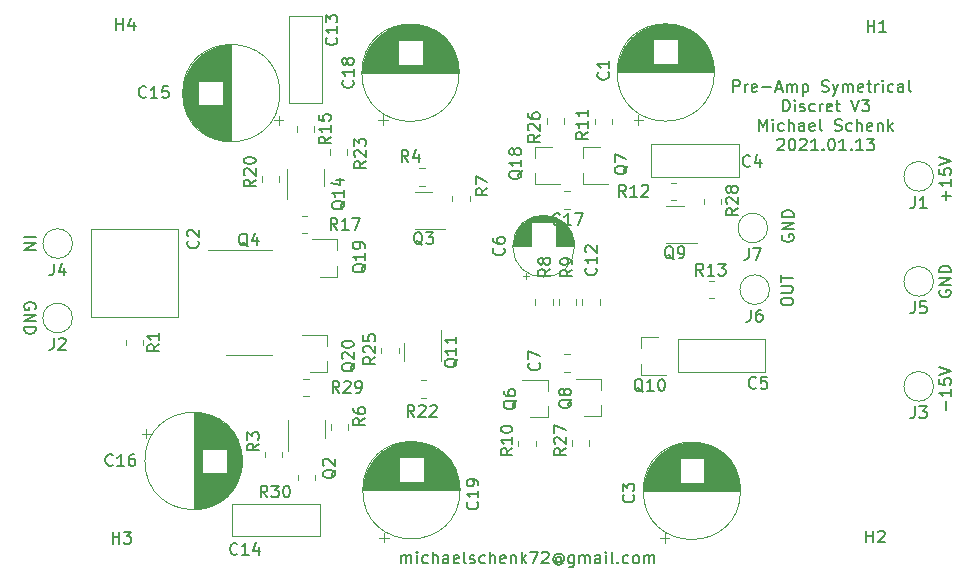
<source format=gbr>
G04 #@! TF.GenerationSoftware,KiCad,Pcbnew,(5.1.9-0-10_14)*
G04 #@! TF.CreationDate,2021-01-13T20:52:38+01:00*
G04 #@! TF.ProjectId,pre-amp-discret,7072652d-616d-4702-9d64-697363726574,rev?*
G04 #@! TF.SameCoordinates,Original*
G04 #@! TF.FileFunction,Legend,Top*
G04 #@! TF.FilePolarity,Positive*
%FSLAX46Y46*%
G04 Gerber Fmt 4.6, Leading zero omitted, Abs format (unit mm)*
G04 Created by KiCad (PCBNEW (5.1.9-0-10_14)) date 2021-01-13 20:52:38*
%MOMM*%
%LPD*%
G01*
G04 APERTURE LIST*
%ADD10C,0.150000*%
%ADD11C,0.120000*%
G04 APERTURE END LIST*
D10*
X200731428Y-132825904D02*
X200731428Y-132064000D01*
X201112380Y-131064000D02*
X201112380Y-131635428D01*
X201112380Y-131349714D02*
X200112380Y-131349714D01*
X200255238Y-131444952D01*
X200350476Y-131540190D01*
X200398095Y-131635428D01*
X200112380Y-130159238D02*
X200112380Y-130635428D01*
X200588571Y-130683047D01*
X200540952Y-130635428D01*
X200493333Y-130540190D01*
X200493333Y-130302095D01*
X200540952Y-130206857D01*
X200588571Y-130159238D01*
X200683809Y-130111619D01*
X200921904Y-130111619D01*
X201017142Y-130159238D01*
X201064761Y-130206857D01*
X201112380Y-130302095D01*
X201112380Y-130540190D01*
X201064761Y-130635428D01*
X201017142Y-130683047D01*
X200112380Y-129825904D02*
X201112380Y-129492571D01*
X200112380Y-129159238D01*
X154563514Y-145791180D02*
X154563514Y-145124514D01*
X154563514Y-145219752D02*
X154611133Y-145172133D01*
X154706371Y-145124514D01*
X154849228Y-145124514D01*
X154944466Y-145172133D01*
X154992085Y-145267371D01*
X154992085Y-145791180D01*
X154992085Y-145267371D02*
X155039704Y-145172133D01*
X155134942Y-145124514D01*
X155277800Y-145124514D01*
X155373038Y-145172133D01*
X155420657Y-145267371D01*
X155420657Y-145791180D01*
X155896847Y-145791180D02*
X155896847Y-145124514D01*
X155896847Y-144791180D02*
X155849228Y-144838800D01*
X155896847Y-144886419D01*
X155944466Y-144838800D01*
X155896847Y-144791180D01*
X155896847Y-144886419D01*
X156801609Y-145743561D02*
X156706371Y-145791180D01*
X156515895Y-145791180D01*
X156420657Y-145743561D01*
X156373038Y-145695942D01*
X156325419Y-145600704D01*
X156325419Y-145314990D01*
X156373038Y-145219752D01*
X156420657Y-145172133D01*
X156515895Y-145124514D01*
X156706371Y-145124514D01*
X156801609Y-145172133D01*
X157230180Y-145791180D02*
X157230180Y-144791180D01*
X157658752Y-145791180D02*
X157658752Y-145267371D01*
X157611133Y-145172133D01*
X157515895Y-145124514D01*
X157373038Y-145124514D01*
X157277800Y-145172133D01*
X157230180Y-145219752D01*
X158563514Y-145791180D02*
X158563514Y-145267371D01*
X158515895Y-145172133D01*
X158420657Y-145124514D01*
X158230180Y-145124514D01*
X158134942Y-145172133D01*
X158563514Y-145743561D02*
X158468276Y-145791180D01*
X158230180Y-145791180D01*
X158134942Y-145743561D01*
X158087323Y-145648323D01*
X158087323Y-145553085D01*
X158134942Y-145457847D01*
X158230180Y-145410228D01*
X158468276Y-145410228D01*
X158563514Y-145362609D01*
X159420657Y-145743561D02*
X159325419Y-145791180D01*
X159134942Y-145791180D01*
X159039704Y-145743561D01*
X158992085Y-145648323D01*
X158992085Y-145267371D01*
X159039704Y-145172133D01*
X159134942Y-145124514D01*
X159325419Y-145124514D01*
X159420657Y-145172133D01*
X159468276Y-145267371D01*
X159468276Y-145362609D01*
X158992085Y-145457847D01*
X160039704Y-145791180D02*
X159944466Y-145743561D01*
X159896847Y-145648323D01*
X159896847Y-144791180D01*
X160373038Y-145743561D02*
X160468276Y-145791180D01*
X160658752Y-145791180D01*
X160753990Y-145743561D01*
X160801609Y-145648323D01*
X160801609Y-145600704D01*
X160753990Y-145505466D01*
X160658752Y-145457847D01*
X160515895Y-145457847D01*
X160420657Y-145410228D01*
X160373038Y-145314990D01*
X160373038Y-145267371D01*
X160420657Y-145172133D01*
X160515895Y-145124514D01*
X160658752Y-145124514D01*
X160753990Y-145172133D01*
X161658752Y-145743561D02*
X161563514Y-145791180D01*
X161373038Y-145791180D01*
X161277800Y-145743561D01*
X161230180Y-145695942D01*
X161182561Y-145600704D01*
X161182561Y-145314990D01*
X161230180Y-145219752D01*
X161277800Y-145172133D01*
X161373038Y-145124514D01*
X161563514Y-145124514D01*
X161658752Y-145172133D01*
X162087323Y-145791180D02*
X162087323Y-144791180D01*
X162515895Y-145791180D02*
X162515895Y-145267371D01*
X162468276Y-145172133D01*
X162373038Y-145124514D01*
X162230180Y-145124514D01*
X162134942Y-145172133D01*
X162087323Y-145219752D01*
X163373038Y-145743561D02*
X163277800Y-145791180D01*
X163087323Y-145791180D01*
X162992085Y-145743561D01*
X162944466Y-145648323D01*
X162944466Y-145267371D01*
X162992085Y-145172133D01*
X163087323Y-145124514D01*
X163277800Y-145124514D01*
X163373038Y-145172133D01*
X163420657Y-145267371D01*
X163420657Y-145362609D01*
X162944466Y-145457847D01*
X163849228Y-145124514D02*
X163849228Y-145791180D01*
X163849228Y-145219752D02*
X163896847Y-145172133D01*
X163992085Y-145124514D01*
X164134942Y-145124514D01*
X164230180Y-145172133D01*
X164277800Y-145267371D01*
X164277800Y-145791180D01*
X164753990Y-145791180D02*
X164753990Y-144791180D01*
X164849228Y-145410228D02*
X165134942Y-145791180D01*
X165134942Y-145124514D02*
X164753990Y-145505466D01*
X165468276Y-144791180D02*
X166134942Y-144791180D01*
X165706371Y-145791180D01*
X166468276Y-144886419D02*
X166515895Y-144838800D01*
X166611133Y-144791180D01*
X166849228Y-144791180D01*
X166944466Y-144838800D01*
X166992085Y-144886419D01*
X167039704Y-144981657D01*
X167039704Y-145076895D01*
X166992085Y-145219752D01*
X166420657Y-145791180D01*
X167039704Y-145791180D01*
X168087323Y-145314990D02*
X168039704Y-145267371D01*
X167944466Y-145219752D01*
X167849228Y-145219752D01*
X167753990Y-145267371D01*
X167706371Y-145314990D01*
X167658752Y-145410228D01*
X167658752Y-145505466D01*
X167706371Y-145600704D01*
X167753990Y-145648323D01*
X167849228Y-145695942D01*
X167944466Y-145695942D01*
X168039704Y-145648323D01*
X168087323Y-145600704D01*
X168087323Y-145219752D02*
X168087323Y-145600704D01*
X168134942Y-145648323D01*
X168182561Y-145648323D01*
X168277800Y-145600704D01*
X168325419Y-145505466D01*
X168325419Y-145267371D01*
X168230180Y-145124514D01*
X168087323Y-145029276D01*
X167896847Y-144981657D01*
X167706371Y-145029276D01*
X167563514Y-145124514D01*
X167468276Y-145267371D01*
X167420657Y-145457847D01*
X167468276Y-145648323D01*
X167563514Y-145791180D01*
X167706371Y-145886419D01*
X167896847Y-145934038D01*
X168087323Y-145886419D01*
X168230180Y-145791180D01*
X169182561Y-145124514D02*
X169182561Y-145934038D01*
X169134942Y-146029276D01*
X169087323Y-146076895D01*
X168992085Y-146124514D01*
X168849228Y-146124514D01*
X168753990Y-146076895D01*
X169182561Y-145743561D02*
X169087323Y-145791180D01*
X168896847Y-145791180D01*
X168801609Y-145743561D01*
X168753990Y-145695942D01*
X168706371Y-145600704D01*
X168706371Y-145314990D01*
X168753990Y-145219752D01*
X168801609Y-145172133D01*
X168896847Y-145124514D01*
X169087323Y-145124514D01*
X169182561Y-145172133D01*
X169658752Y-145791180D02*
X169658752Y-145124514D01*
X169658752Y-145219752D02*
X169706371Y-145172133D01*
X169801609Y-145124514D01*
X169944466Y-145124514D01*
X170039704Y-145172133D01*
X170087323Y-145267371D01*
X170087323Y-145791180D01*
X170087323Y-145267371D02*
X170134942Y-145172133D01*
X170230180Y-145124514D01*
X170373038Y-145124514D01*
X170468276Y-145172133D01*
X170515895Y-145267371D01*
X170515895Y-145791180D01*
X171420657Y-145791180D02*
X171420657Y-145267371D01*
X171373038Y-145172133D01*
X171277800Y-145124514D01*
X171087323Y-145124514D01*
X170992085Y-145172133D01*
X171420657Y-145743561D02*
X171325419Y-145791180D01*
X171087323Y-145791180D01*
X170992085Y-145743561D01*
X170944466Y-145648323D01*
X170944466Y-145553085D01*
X170992085Y-145457847D01*
X171087323Y-145410228D01*
X171325419Y-145410228D01*
X171420657Y-145362609D01*
X171896847Y-145791180D02*
X171896847Y-145124514D01*
X171896847Y-144791180D02*
X171849228Y-144838800D01*
X171896847Y-144886419D01*
X171944466Y-144838800D01*
X171896847Y-144791180D01*
X171896847Y-144886419D01*
X172515895Y-145791180D02*
X172420657Y-145743561D01*
X172373038Y-145648323D01*
X172373038Y-144791180D01*
X172896847Y-145695942D02*
X172944466Y-145743561D01*
X172896847Y-145791180D01*
X172849228Y-145743561D01*
X172896847Y-145695942D01*
X172896847Y-145791180D01*
X173801609Y-145743561D02*
X173706371Y-145791180D01*
X173515895Y-145791180D01*
X173420657Y-145743561D01*
X173373038Y-145695942D01*
X173325419Y-145600704D01*
X173325419Y-145314990D01*
X173373038Y-145219752D01*
X173420657Y-145172133D01*
X173515895Y-145124514D01*
X173706371Y-145124514D01*
X173801609Y-145172133D01*
X174373038Y-145791180D02*
X174277800Y-145743561D01*
X174230180Y-145695942D01*
X174182561Y-145600704D01*
X174182561Y-145314990D01*
X174230180Y-145219752D01*
X174277800Y-145172133D01*
X174373038Y-145124514D01*
X174515895Y-145124514D01*
X174611133Y-145172133D01*
X174658752Y-145219752D01*
X174706371Y-145314990D01*
X174706371Y-145600704D01*
X174658752Y-145695942D01*
X174611133Y-145743561D01*
X174515895Y-145791180D01*
X174373038Y-145791180D01*
X175134942Y-145791180D02*
X175134942Y-145124514D01*
X175134942Y-145219752D02*
X175182561Y-145172133D01*
X175277800Y-145124514D01*
X175420657Y-145124514D01*
X175515895Y-145172133D01*
X175563514Y-145267371D01*
X175563514Y-145791180D01*
X175563514Y-145267371D02*
X175611133Y-145172133D01*
X175706371Y-145124514D01*
X175849228Y-145124514D01*
X175944466Y-145172133D01*
X175992085Y-145267371D01*
X175992085Y-145791180D01*
X182655557Y-105876580D02*
X182655557Y-104876580D01*
X183036509Y-104876580D01*
X183131747Y-104924200D01*
X183179366Y-104971819D01*
X183226985Y-105067057D01*
X183226985Y-105209914D01*
X183179366Y-105305152D01*
X183131747Y-105352771D01*
X183036509Y-105400390D01*
X182655557Y-105400390D01*
X183655557Y-105876580D02*
X183655557Y-105209914D01*
X183655557Y-105400390D02*
X183703176Y-105305152D01*
X183750795Y-105257533D01*
X183846033Y-105209914D01*
X183941271Y-105209914D01*
X184655557Y-105828961D02*
X184560319Y-105876580D01*
X184369842Y-105876580D01*
X184274604Y-105828961D01*
X184226985Y-105733723D01*
X184226985Y-105352771D01*
X184274604Y-105257533D01*
X184369842Y-105209914D01*
X184560319Y-105209914D01*
X184655557Y-105257533D01*
X184703176Y-105352771D01*
X184703176Y-105448009D01*
X184226985Y-105543247D01*
X185131747Y-105495628D02*
X185893652Y-105495628D01*
X186322223Y-105590866D02*
X186798414Y-105590866D01*
X186226985Y-105876580D02*
X186560319Y-104876580D01*
X186893652Y-105876580D01*
X187226985Y-105876580D02*
X187226985Y-105209914D01*
X187226985Y-105305152D02*
X187274604Y-105257533D01*
X187369842Y-105209914D01*
X187512700Y-105209914D01*
X187607938Y-105257533D01*
X187655557Y-105352771D01*
X187655557Y-105876580D01*
X187655557Y-105352771D02*
X187703176Y-105257533D01*
X187798414Y-105209914D01*
X187941271Y-105209914D01*
X188036509Y-105257533D01*
X188084128Y-105352771D01*
X188084128Y-105876580D01*
X188560319Y-105209914D02*
X188560319Y-106209914D01*
X188560319Y-105257533D02*
X188655557Y-105209914D01*
X188846033Y-105209914D01*
X188941271Y-105257533D01*
X188988890Y-105305152D01*
X189036509Y-105400390D01*
X189036509Y-105686104D01*
X188988890Y-105781342D01*
X188941271Y-105828961D01*
X188846033Y-105876580D01*
X188655557Y-105876580D01*
X188560319Y-105828961D01*
X190179366Y-105828961D02*
X190322223Y-105876580D01*
X190560319Y-105876580D01*
X190655557Y-105828961D01*
X190703176Y-105781342D01*
X190750795Y-105686104D01*
X190750795Y-105590866D01*
X190703176Y-105495628D01*
X190655557Y-105448009D01*
X190560319Y-105400390D01*
X190369842Y-105352771D01*
X190274604Y-105305152D01*
X190226985Y-105257533D01*
X190179366Y-105162295D01*
X190179366Y-105067057D01*
X190226985Y-104971819D01*
X190274604Y-104924200D01*
X190369842Y-104876580D01*
X190607938Y-104876580D01*
X190750795Y-104924200D01*
X191084128Y-105209914D02*
X191322223Y-105876580D01*
X191560319Y-105209914D02*
X191322223Y-105876580D01*
X191226985Y-106114676D01*
X191179366Y-106162295D01*
X191084128Y-106209914D01*
X191941271Y-105876580D02*
X191941271Y-105209914D01*
X191941271Y-105305152D02*
X191988890Y-105257533D01*
X192084128Y-105209914D01*
X192226985Y-105209914D01*
X192322223Y-105257533D01*
X192369842Y-105352771D01*
X192369842Y-105876580D01*
X192369842Y-105352771D02*
X192417461Y-105257533D01*
X192512700Y-105209914D01*
X192655557Y-105209914D01*
X192750795Y-105257533D01*
X192798414Y-105352771D01*
X192798414Y-105876580D01*
X193655557Y-105828961D02*
X193560319Y-105876580D01*
X193369842Y-105876580D01*
X193274604Y-105828961D01*
X193226985Y-105733723D01*
X193226985Y-105352771D01*
X193274604Y-105257533D01*
X193369842Y-105209914D01*
X193560319Y-105209914D01*
X193655557Y-105257533D01*
X193703176Y-105352771D01*
X193703176Y-105448009D01*
X193226985Y-105543247D01*
X193988890Y-105209914D02*
X194369842Y-105209914D01*
X194131747Y-104876580D02*
X194131747Y-105733723D01*
X194179366Y-105828961D01*
X194274604Y-105876580D01*
X194369842Y-105876580D01*
X194703176Y-105876580D02*
X194703176Y-105209914D01*
X194703176Y-105400390D02*
X194750795Y-105305152D01*
X194798414Y-105257533D01*
X194893652Y-105209914D01*
X194988890Y-105209914D01*
X195322223Y-105876580D02*
X195322223Y-105209914D01*
X195322223Y-104876580D02*
X195274604Y-104924200D01*
X195322223Y-104971819D01*
X195369842Y-104924200D01*
X195322223Y-104876580D01*
X195322223Y-104971819D01*
X196226985Y-105828961D02*
X196131747Y-105876580D01*
X195941271Y-105876580D01*
X195846033Y-105828961D01*
X195798414Y-105781342D01*
X195750795Y-105686104D01*
X195750795Y-105400390D01*
X195798414Y-105305152D01*
X195846033Y-105257533D01*
X195941271Y-105209914D01*
X196131747Y-105209914D01*
X196226985Y-105257533D01*
X197084128Y-105876580D02*
X197084128Y-105352771D01*
X197036509Y-105257533D01*
X196941271Y-105209914D01*
X196750795Y-105209914D01*
X196655557Y-105257533D01*
X197084128Y-105828961D02*
X196988890Y-105876580D01*
X196750795Y-105876580D01*
X196655557Y-105828961D01*
X196607938Y-105733723D01*
X196607938Y-105638485D01*
X196655557Y-105543247D01*
X196750795Y-105495628D01*
X196988890Y-105495628D01*
X197084128Y-105448009D01*
X197703176Y-105876580D02*
X197607938Y-105828961D01*
X197560319Y-105733723D01*
X197560319Y-104876580D01*
X186869842Y-107526580D02*
X186869842Y-106526580D01*
X187107938Y-106526580D01*
X187250795Y-106574200D01*
X187346033Y-106669438D01*
X187393652Y-106764676D01*
X187441271Y-106955152D01*
X187441271Y-107098009D01*
X187393652Y-107288485D01*
X187346033Y-107383723D01*
X187250795Y-107478961D01*
X187107938Y-107526580D01*
X186869842Y-107526580D01*
X187869842Y-107526580D02*
X187869842Y-106859914D01*
X187869842Y-106526580D02*
X187822223Y-106574200D01*
X187869842Y-106621819D01*
X187917461Y-106574200D01*
X187869842Y-106526580D01*
X187869842Y-106621819D01*
X188298414Y-107478961D02*
X188393652Y-107526580D01*
X188584128Y-107526580D01*
X188679366Y-107478961D01*
X188726985Y-107383723D01*
X188726985Y-107336104D01*
X188679366Y-107240866D01*
X188584128Y-107193247D01*
X188441271Y-107193247D01*
X188346033Y-107145628D01*
X188298414Y-107050390D01*
X188298414Y-107002771D01*
X188346033Y-106907533D01*
X188441271Y-106859914D01*
X188584128Y-106859914D01*
X188679366Y-106907533D01*
X189584128Y-107478961D02*
X189488890Y-107526580D01*
X189298414Y-107526580D01*
X189203176Y-107478961D01*
X189155557Y-107431342D01*
X189107938Y-107336104D01*
X189107938Y-107050390D01*
X189155557Y-106955152D01*
X189203176Y-106907533D01*
X189298414Y-106859914D01*
X189488890Y-106859914D01*
X189584128Y-106907533D01*
X190012700Y-107526580D02*
X190012700Y-106859914D01*
X190012700Y-107050390D02*
X190060319Y-106955152D01*
X190107938Y-106907533D01*
X190203176Y-106859914D01*
X190298414Y-106859914D01*
X191012700Y-107478961D02*
X190917461Y-107526580D01*
X190726985Y-107526580D01*
X190631747Y-107478961D01*
X190584128Y-107383723D01*
X190584128Y-107002771D01*
X190631747Y-106907533D01*
X190726985Y-106859914D01*
X190917461Y-106859914D01*
X191012700Y-106907533D01*
X191060319Y-107002771D01*
X191060319Y-107098009D01*
X190584128Y-107193247D01*
X191346033Y-106859914D02*
X191726985Y-106859914D01*
X191488890Y-106526580D02*
X191488890Y-107383723D01*
X191536509Y-107478961D01*
X191631747Y-107526580D01*
X191726985Y-107526580D01*
X192679366Y-106526580D02*
X193012700Y-107526580D01*
X193346033Y-106526580D01*
X193584128Y-106526580D02*
X194203176Y-106526580D01*
X193869842Y-106907533D01*
X194012700Y-106907533D01*
X194107938Y-106955152D01*
X194155557Y-107002771D01*
X194203176Y-107098009D01*
X194203176Y-107336104D01*
X194155557Y-107431342D01*
X194107938Y-107478961D01*
X194012700Y-107526580D01*
X193726985Y-107526580D01*
X193631747Y-107478961D01*
X193584128Y-107431342D01*
X184893652Y-109176580D02*
X184893652Y-108176580D01*
X185226985Y-108890866D01*
X185560319Y-108176580D01*
X185560319Y-109176580D01*
X186036509Y-109176580D02*
X186036509Y-108509914D01*
X186036509Y-108176580D02*
X185988890Y-108224200D01*
X186036509Y-108271819D01*
X186084128Y-108224200D01*
X186036509Y-108176580D01*
X186036509Y-108271819D01*
X186941271Y-109128961D02*
X186846033Y-109176580D01*
X186655557Y-109176580D01*
X186560319Y-109128961D01*
X186512700Y-109081342D01*
X186465080Y-108986104D01*
X186465080Y-108700390D01*
X186512700Y-108605152D01*
X186560319Y-108557533D01*
X186655557Y-108509914D01*
X186846033Y-108509914D01*
X186941271Y-108557533D01*
X187369842Y-109176580D02*
X187369842Y-108176580D01*
X187798414Y-109176580D02*
X187798414Y-108652771D01*
X187750795Y-108557533D01*
X187655557Y-108509914D01*
X187512700Y-108509914D01*
X187417461Y-108557533D01*
X187369842Y-108605152D01*
X188703176Y-109176580D02*
X188703176Y-108652771D01*
X188655557Y-108557533D01*
X188560319Y-108509914D01*
X188369842Y-108509914D01*
X188274604Y-108557533D01*
X188703176Y-109128961D02*
X188607938Y-109176580D01*
X188369842Y-109176580D01*
X188274604Y-109128961D01*
X188226985Y-109033723D01*
X188226985Y-108938485D01*
X188274604Y-108843247D01*
X188369842Y-108795628D01*
X188607938Y-108795628D01*
X188703176Y-108748009D01*
X189560319Y-109128961D02*
X189465080Y-109176580D01*
X189274604Y-109176580D01*
X189179366Y-109128961D01*
X189131747Y-109033723D01*
X189131747Y-108652771D01*
X189179366Y-108557533D01*
X189274604Y-108509914D01*
X189465080Y-108509914D01*
X189560319Y-108557533D01*
X189607938Y-108652771D01*
X189607938Y-108748009D01*
X189131747Y-108843247D01*
X190179366Y-109176580D02*
X190084128Y-109128961D01*
X190036509Y-109033723D01*
X190036509Y-108176580D01*
X191274604Y-109128961D02*
X191417461Y-109176580D01*
X191655557Y-109176580D01*
X191750795Y-109128961D01*
X191798414Y-109081342D01*
X191846033Y-108986104D01*
X191846033Y-108890866D01*
X191798414Y-108795628D01*
X191750795Y-108748009D01*
X191655557Y-108700390D01*
X191465080Y-108652771D01*
X191369842Y-108605152D01*
X191322223Y-108557533D01*
X191274604Y-108462295D01*
X191274604Y-108367057D01*
X191322223Y-108271819D01*
X191369842Y-108224200D01*
X191465080Y-108176580D01*
X191703176Y-108176580D01*
X191846033Y-108224200D01*
X192703176Y-109128961D02*
X192607938Y-109176580D01*
X192417461Y-109176580D01*
X192322223Y-109128961D01*
X192274604Y-109081342D01*
X192226985Y-108986104D01*
X192226985Y-108700390D01*
X192274604Y-108605152D01*
X192322223Y-108557533D01*
X192417461Y-108509914D01*
X192607938Y-108509914D01*
X192703176Y-108557533D01*
X193131747Y-109176580D02*
X193131747Y-108176580D01*
X193560319Y-109176580D02*
X193560319Y-108652771D01*
X193512700Y-108557533D01*
X193417461Y-108509914D01*
X193274604Y-108509914D01*
X193179366Y-108557533D01*
X193131747Y-108605152D01*
X194417461Y-109128961D02*
X194322223Y-109176580D01*
X194131747Y-109176580D01*
X194036509Y-109128961D01*
X193988890Y-109033723D01*
X193988890Y-108652771D01*
X194036509Y-108557533D01*
X194131747Y-108509914D01*
X194322223Y-108509914D01*
X194417461Y-108557533D01*
X194465080Y-108652771D01*
X194465080Y-108748009D01*
X193988890Y-108843247D01*
X194893652Y-108509914D02*
X194893652Y-109176580D01*
X194893652Y-108605152D02*
X194941271Y-108557533D01*
X195036509Y-108509914D01*
X195179366Y-108509914D01*
X195274604Y-108557533D01*
X195322223Y-108652771D01*
X195322223Y-109176580D01*
X195798414Y-109176580D02*
X195798414Y-108176580D01*
X195893652Y-108795628D02*
X196179366Y-109176580D01*
X196179366Y-108509914D02*
X195798414Y-108890866D01*
X186417461Y-109921819D02*
X186465080Y-109874200D01*
X186560319Y-109826580D01*
X186798414Y-109826580D01*
X186893652Y-109874200D01*
X186941271Y-109921819D01*
X186988890Y-110017057D01*
X186988890Y-110112295D01*
X186941271Y-110255152D01*
X186369842Y-110826580D01*
X186988890Y-110826580D01*
X187607938Y-109826580D02*
X187703176Y-109826580D01*
X187798414Y-109874200D01*
X187846033Y-109921819D01*
X187893652Y-110017057D01*
X187941271Y-110207533D01*
X187941271Y-110445628D01*
X187893652Y-110636104D01*
X187846033Y-110731342D01*
X187798414Y-110778961D01*
X187703176Y-110826580D01*
X187607938Y-110826580D01*
X187512700Y-110778961D01*
X187465080Y-110731342D01*
X187417461Y-110636104D01*
X187369842Y-110445628D01*
X187369842Y-110207533D01*
X187417461Y-110017057D01*
X187465080Y-109921819D01*
X187512700Y-109874200D01*
X187607938Y-109826580D01*
X188322223Y-109921819D02*
X188369842Y-109874200D01*
X188465080Y-109826580D01*
X188703176Y-109826580D01*
X188798414Y-109874200D01*
X188846033Y-109921819D01*
X188893652Y-110017057D01*
X188893652Y-110112295D01*
X188846033Y-110255152D01*
X188274604Y-110826580D01*
X188893652Y-110826580D01*
X189846033Y-110826580D02*
X189274604Y-110826580D01*
X189560319Y-110826580D02*
X189560319Y-109826580D01*
X189465080Y-109969438D01*
X189369842Y-110064676D01*
X189274604Y-110112295D01*
X190274604Y-110731342D02*
X190322223Y-110778961D01*
X190274604Y-110826580D01*
X190226985Y-110778961D01*
X190274604Y-110731342D01*
X190274604Y-110826580D01*
X190941271Y-109826580D02*
X191036509Y-109826580D01*
X191131747Y-109874200D01*
X191179366Y-109921819D01*
X191226985Y-110017057D01*
X191274604Y-110207533D01*
X191274604Y-110445628D01*
X191226985Y-110636104D01*
X191179366Y-110731342D01*
X191131747Y-110778961D01*
X191036509Y-110826580D01*
X190941271Y-110826580D01*
X190846033Y-110778961D01*
X190798414Y-110731342D01*
X190750795Y-110636104D01*
X190703176Y-110445628D01*
X190703176Y-110207533D01*
X190750795Y-110017057D01*
X190798414Y-109921819D01*
X190846033Y-109874200D01*
X190941271Y-109826580D01*
X192226985Y-110826580D02*
X191655557Y-110826580D01*
X191941271Y-110826580D02*
X191941271Y-109826580D01*
X191846033Y-109969438D01*
X191750795Y-110064676D01*
X191655557Y-110112295D01*
X192655557Y-110731342D02*
X192703176Y-110778961D01*
X192655557Y-110826580D01*
X192607938Y-110778961D01*
X192655557Y-110731342D01*
X192655557Y-110826580D01*
X193655557Y-110826580D02*
X193084128Y-110826580D01*
X193369842Y-110826580D02*
X193369842Y-109826580D01*
X193274604Y-109969438D01*
X193179366Y-110064676D01*
X193084128Y-110112295D01*
X193988890Y-109826580D02*
X194607938Y-109826580D01*
X194274604Y-110207533D01*
X194417461Y-110207533D01*
X194512700Y-110255152D01*
X194560319Y-110302771D01*
X194607938Y-110398009D01*
X194607938Y-110636104D01*
X194560319Y-110731342D01*
X194512700Y-110778961D01*
X194417461Y-110826580D01*
X194131747Y-110826580D01*
X194036509Y-110778961D01*
X193988890Y-110731342D01*
X186837700Y-117995604D02*
X186790080Y-118090842D01*
X186790080Y-118233700D01*
X186837700Y-118376557D01*
X186932938Y-118471795D01*
X187028176Y-118519414D01*
X187218652Y-118567033D01*
X187361509Y-118567033D01*
X187551985Y-118519414D01*
X187647223Y-118471795D01*
X187742461Y-118376557D01*
X187790080Y-118233700D01*
X187790080Y-118138461D01*
X187742461Y-117995604D01*
X187694842Y-117947985D01*
X187361509Y-117947985D01*
X187361509Y-118138461D01*
X187790080Y-117519414D02*
X186790080Y-117519414D01*
X187790080Y-116947985D01*
X186790080Y-116947985D01*
X187790080Y-116471795D02*
X186790080Y-116471795D01*
X186790080Y-116233700D01*
X186837700Y-116090842D01*
X186932938Y-115995604D01*
X187028176Y-115947985D01*
X187218652Y-115900366D01*
X187361509Y-115900366D01*
X187551985Y-115947985D01*
X187647223Y-115995604D01*
X187742461Y-116090842D01*
X187790080Y-116233700D01*
X187790080Y-116471795D01*
X186726580Y-123720100D02*
X186726580Y-123529623D01*
X186774200Y-123434385D01*
X186869438Y-123339147D01*
X187059914Y-123291528D01*
X187393247Y-123291528D01*
X187583723Y-123339147D01*
X187678961Y-123434385D01*
X187726580Y-123529623D01*
X187726580Y-123720100D01*
X187678961Y-123815338D01*
X187583723Y-123910576D01*
X187393247Y-123958195D01*
X187059914Y-123958195D01*
X186869438Y-123910576D01*
X186774200Y-123815338D01*
X186726580Y-123720100D01*
X186726580Y-122862957D02*
X187536104Y-122862957D01*
X187631342Y-122815338D01*
X187678961Y-122767719D01*
X187726580Y-122672480D01*
X187726580Y-122482004D01*
X187678961Y-122386766D01*
X187631342Y-122339147D01*
X187536104Y-122291528D01*
X186726580Y-122291528D01*
X186726580Y-121958195D02*
X186726580Y-121386766D01*
X187726580Y-121672480D02*
X186726580Y-121672480D01*
X123588400Y-124256895D02*
X123636019Y-124161657D01*
X123636019Y-124018800D01*
X123588400Y-123875942D01*
X123493161Y-123780704D01*
X123397923Y-123733085D01*
X123207447Y-123685466D01*
X123064590Y-123685466D01*
X122874114Y-123733085D01*
X122778876Y-123780704D01*
X122683638Y-123875942D01*
X122636019Y-124018800D01*
X122636019Y-124114038D01*
X122683638Y-124256895D01*
X122731257Y-124304514D01*
X123064590Y-124304514D01*
X123064590Y-124114038D01*
X122636019Y-124733085D02*
X123636019Y-124733085D01*
X122636019Y-125304514D01*
X123636019Y-125304514D01*
X122636019Y-125780704D02*
X123636019Y-125780704D01*
X123636019Y-126018800D01*
X123588400Y-126161657D01*
X123493161Y-126256895D01*
X123397923Y-126304514D01*
X123207447Y-126352133D01*
X123064590Y-126352133D01*
X122874114Y-126304514D01*
X122778876Y-126256895D01*
X122683638Y-126161657D01*
X122636019Y-126018800D01*
X122636019Y-125780704D01*
X122636019Y-118195790D02*
X123636019Y-118195790D01*
X122636019Y-118671980D02*
X123636019Y-118671980D01*
X122636019Y-119243409D01*
X123636019Y-119243409D01*
X200160000Y-122681904D02*
X200112380Y-122777142D01*
X200112380Y-122920000D01*
X200160000Y-123062857D01*
X200255238Y-123158095D01*
X200350476Y-123205714D01*
X200540952Y-123253333D01*
X200683809Y-123253333D01*
X200874285Y-123205714D01*
X200969523Y-123158095D01*
X201064761Y-123062857D01*
X201112380Y-122920000D01*
X201112380Y-122824761D01*
X201064761Y-122681904D01*
X201017142Y-122634285D01*
X200683809Y-122634285D01*
X200683809Y-122824761D01*
X201112380Y-122205714D02*
X200112380Y-122205714D01*
X201112380Y-121634285D01*
X200112380Y-121634285D01*
X201112380Y-121158095D02*
X200112380Y-121158095D01*
X200112380Y-120920000D01*
X200160000Y-120777142D01*
X200255238Y-120681904D01*
X200350476Y-120634285D01*
X200540952Y-120586666D01*
X200683809Y-120586666D01*
X200874285Y-120634285D01*
X200969523Y-120681904D01*
X201064761Y-120777142D01*
X201112380Y-120920000D01*
X201112380Y-121158095D01*
X200731428Y-115045904D02*
X200731428Y-114284000D01*
X201112380Y-114664952D02*
X200350476Y-114664952D01*
X201112380Y-113284000D02*
X201112380Y-113855428D01*
X201112380Y-113569714D02*
X200112380Y-113569714D01*
X200255238Y-113664952D01*
X200350476Y-113760190D01*
X200398095Y-113855428D01*
X200112380Y-112379238D02*
X200112380Y-112855428D01*
X200588571Y-112903047D01*
X200540952Y-112855428D01*
X200493333Y-112760190D01*
X200493333Y-112522095D01*
X200540952Y-112426857D01*
X200588571Y-112379238D01*
X200683809Y-112331619D01*
X200921904Y-112331619D01*
X201017142Y-112379238D01*
X201064761Y-112426857D01*
X201112380Y-112522095D01*
X201112380Y-112760190D01*
X201064761Y-112855428D01*
X201017142Y-112903047D01*
X200112380Y-112045904D02*
X201112380Y-111712571D01*
X200112380Y-111379238D01*
D11*
X128258400Y-117478000D02*
X135698400Y-117478000D01*
X128258400Y-124918000D02*
X135698400Y-124918000D01*
X135698400Y-124918000D02*
X135698400Y-117478000D01*
X128258400Y-124918000D02*
X128258400Y-117478000D01*
X141681200Y-128133000D02*
X143631200Y-128133000D01*
X141681200Y-128133000D02*
X139731200Y-128133000D01*
X141681200Y-119263000D02*
X143631200Y-119263000D01*
X141681200Y-119263000D02*
X138231200Y-119263000D01*
X144975100Y-134424000D02*
X144975100Y-136274000D01*
X144975100Y-134424000D02*
X144975100Y-133674000D01*
X148095100Y-134424000D02*
X148095100Y-135174000D01*
X148095100Y-134424000D02*
X148095100Y-133674000D01*
X177731000Y-118666700D02*
X179581000Y-118666700D01*
X177731000Y-118666700D02*
X176981000Y-118666700D01*
X177731000Y-115546700D02*
X178481000Y-115546700D01*
X177731000Y-115546700D02*
X176981000Y-115546700D01*
X156458500Y-117457700D02*
X158308500Y-117457700D01*
X156458500Y-117457700D02*
X155708500Y-117457700D01*
X156458500Y-114337700D02*
X157208500Y-114337700D01*
X156458500Y-114337700D02*
X155708500Y-114337700D01*
X148052000Y-113124400D02*
X148052000Y-112374400D01*
X148052000Y-113124400D02*
X148052000Y-113874400D01*
X144932000Y-113124400D02*
X144932000Y-112374400D01*
X144932000Y-113124400D02*
X144932000Y-114974400D01*
X157950300Y-127878800D02*
X157950300Y-126028800D01*
X157950300Y-127878800D02*
X157950300Y-128628800D01*
X154830300Y-127878800D02*
X154830300Y-127128800D01*
X154830300Y-127878800D02*
X154830300Y-128628800D01*
X174246800Y-108241198D02*
X175046800Y-108241198D01*
X174646800Y-108641198D02*
X174646800Y-107841198D01*
X176428800Y-100150500D02*
X177494800Y-100150500D01*
X176193800Y-100190500D02*
X177729800Y-100190500D01*
X176013800Y-100230500D02*
X177909800Y-100230500D01*
X175863800Y-100270500D02*
X178059800Y-100270500D01*
X175732800Y-100310500D02*
X178190800Y-100310500D01*
X175615800Y-100350500D02*
X178307800Y-100350500D01*
X175508800Y-100390500D02*
X178414800Y-100390500D01*
X175409800Y-100430500D02*
X178513800Y-100430500D01*
X175316800Y-100470500D02*
X178606800Y-100470500D01*
X175230800Y-100510500D02*
X178692800Y-100510500D01*
X175148800Y-100550500D02*
X178774800Y-100550500D01*
X175071800Y-100590500D02*
X178851800Y-100590500D01*
X174997800Y-100630500D02*
X178925800Y-100630500D01*
X174927800Y-100670500D02*
X178995800Y-100670500D01*
X174859800Y-100710500D02*
X179063800Y-100710500D01*
X174795800Y-100750500D02*
X179127800Y-100750500D01*
X174733800Y-100790500D02*
X179189800Y-100790500D01*
X174674800Y-100830500D02*
X179248800Y-100830500D01*
X174616800Y-100870500D02*
X179306800Y-100870500D01*
X174561800Y-100910500D02*
X179361800Y-100910500D01*
X174507800Y-100950500D02*
X179415800Y-100950500D01*
X174456800Y-100990500D02*
X179466800Y-100990500D01*
X174405800Y-101030500D02*
X179517800Y-101030500D01*
X174357800Y-101070500D02*
X179565800Y-101070500D01*
X174310800Y-101110500D02*
X179612800Y-101110500D01*
X174264800Y-101150500D02*
X179658800Y-101150500D01*
X174220800Y-101190500D02*
X179702800Y-101190500D01*
X174177800Y-101230500D02*
X179745800Y-101230500D01*
X174135800Y-101270500D02*
X179787800Y-101270500D01*
X174094800Y-101310500D02*
X179828800Y-101310500D01*
X174054800Y-101350500D02*
X179868800Y-101350500D01*
X174016800Y-101390500D02*
X179906800Y-101390500D01*
X173978800Y-101430500D02*
X179944800Y-101430500D01*
X178001800Y-101470500D02*
X179980800Y-101470500D01*
X173942800Y-101470500D02*
X175921800Y-101470500D01*
X178001800Y-101510500D02*
X180016800Y-101510500D01*
X173906800Y-101510500D02*
X175921800Y-101510500D01*
X178001800Y-101550500D02*
X180051800Y-101550500D01*
X173871800Y-101550500D02*
X175921800Y-101550500D01*
X178001800Y-101590500D02*
X180085800Y-101590500D01*
X173837800Y-101590500D02*
X175921800Y-101590500D01*
X178001800Y-101630500D02*
X180117800Y-101630500D01*
X173805800Y-101630500D02*
X175921800Y-101630500D01*
X178001800Y-101670500D02*
X180150800Y-101670500D01*
X173772800Y-101670500D02*
X175921800Y-101670500D01*
X178001800Y-101710500D02*
X180181800Y-101710500D01*
X173741800Y-101710500D02*
X175921800Y-101710500D01*
X178001800Y-101750500D02*
X180211800Y-101750500D01*
X173711800Y-101750500D02*
X175921800Y-101750500D01*
X178001800Y-101790500D02*
X180241800Y-101790500D01*
X173681800Y-101790500D02*
X175921800Y-101790500D01*
X178001800Y-101830500D02*
X180270800Y-101830500D01*
X173652800Y-101830500D02*
X175921800Y-101830500D01*
X178001800Y-101870500D02*
X180299800Y-101870500D01*
X173623800Y-101870500D02*
X175921800Y-101870500D01*
X178001800Y-101910500D02*
X180326800Y-101910500D01*
X173596800Y-101910500D02*
X175921800Y-101910500D01*
X178001800Y-101950500D02*
X180353800Y-101950500D01*
X173569800Y-101950500D02*
X175921800Y-101950500D01*
X178001800Y-101990500D02*
X180379800Y-101990500D01*
X173543800Y-101990500D02*
X175921800Y-101990500D01*
X178001800Y-102030500D02*
X180405800Y-102030500D01*
X173517800Y-102030500D02*
X175921800Y-102030500D01*
X178001800Y-102070500D02*
X180430800Y-102070500D01*
X173492800Y-102070500D02*
X175921800Y-102070500D01*
X178001800Y-102110500D02*
X180454800Y-102110500D01*
X173468800Y-102110500D02*
X175921800Y-102110500D01*
X178001800Y-102150500D02*
X180478800Y-102150500D01*
X173444800Y-102150500D02*
X175921800Y-102150500D01*
X178001800Y-102190500D02*
X180501800Y-102190500D01*
X173421800Y-102190500D02*
X175921800Y-102190500D01*
X178001800Y-102230500D02*
X180523800Y-102230500D01*
X173399800Y-102230500D02*
X175921800Y-102230500D01*
X178001800Y-102270500D02*
X180545800Y-102270500D01*
X173377800Y-102270500D02*
X175921800Y-102270500D01*
X178001800Y-102310500D02*
X180567800Y-102310500D01*
X173355800Y-102310500D02*
X175921800Y-102310500D01*
X178001800Y-102350500D02*
X180588800Y-102350500D01*
X173334800Y-102350500D02*
X175921800Y-102350500D01*
X178001800Y-102390500D02*
X180608800Y-102390500D01*
X173314800Y-102390500D02*
X175921800Y-102390500D01*
X178001800Y-102430500D02*
X180627800Y-102430500D01*
X173295800Y-102430500D02*
X175921800Y-102430500D01*
X178001800Y-102470500D02*
X180647800Y-102470500D01*
X173275800Y-102470500D02*
X175921800Y-102470500D01*
X178001800Y-102510500D02*
X180665800Y-102510500D01*
X173257800Y-102510500D02*
X175921800Y-102510500D01*
X178001800Y-102550500D02*
X180683800Y-102550500D01*
X173239800Y-102550500D02*
X175921800Y-102550500D01*
X178001800Y-102590500D02*
X180701800Y-102590500D01*
X173221800Y-102590500D02*
X175921800Y-102590500D01*
X178001800Y-102630500D02*
X180718800Y-102630500D01*
X173204800Y-102630500D02*
X175921800Y-102630500D01*
X178001800Y-102670500D02*
X180735800Y-102670500D01*
X173187800Y-102670500D02*
X175921800Y-102670500D01*
X178001800Y-102710500D02*
X180751800Y-102710500D01*
X173171800Y-102710500D02*
X175921800Y-102710500D01*
X178001800Y-102750500D02*
X180766800Y-102750500D01*
X173156800Y-102750500D02*
X175921800Y-102750500D01*
X178001800Y-102790500D02*
X180782800Y-102790500D01*
X173140800Y-102790500D02*
X175921800Y-102790500D01*
X178001800Y-102830500D02*
X180796800Y-102830500D01*
X173126800Y-102830500D02*
X175921800Y-102830500D01*
X178001800Y-102870500D02*
X180811800Y-102870500D01*
X173111800Y-102870500D02*
X175921800Y-102870500D01*
X178001800Y-102910500D02*
X180824800Y-102910500D01*
X173098800Y-102910500D02*
X175921800Y-102910500D01*
X178001800Y-102950500D02*
X180838800Y-102950500D01*
X173084800Y-102950500D02*
X175921800Y-102950500D01*
X178001800Y-102990500D02*
X180850800Y-102990500D01*
X173072800Y-102990500D02*
X175921800Y-102990500D01*
X178001800Y-103030500D02*
X180863800Y-103030500D01*
X173059800Y-103030500D02*
X175921800Y-103030500D01*
X178001800Y-103070500D02*
X180875800Y-103070500D01*
X173047800Y-103070500D02*
X175921800Y-103070500D01*
X178001800Y-103110500D02*
X180886800Y-103110500D01*
X173036800Y-103110500D02*
X175921800Y-103110500D01*
X178001800Y-103150500D02*
X180897800Y-103150500D01*
X173025800Y-103150500D02*
X175921800Y-103150500D01*
X178001800Y-103190500D02*
X180908800Y-103190500D01*
X173014800Y-103190500D02*
X175921800Y-103190500D01*
X178001800Y-103230500D02*
X180918800Y-103230500D01*
X173004800Y-103230500D02*
X175921800Y-103230500D01*
X178001800Y-103270500D02*
X180928800Y-103270500D01*
X172994800Y-103270500D02*
X175921800Y-103270500D01*
X178001800Y-103310500D02*
X180937800Y-103310500D01*
X172985800Y-103310500D02*
X175921800Y-103310500D01*
X178001800Y-103350500D02*
X180946800Y-103350500D01*
X172976800Y-103350500D02*
X175921800Y-103350500D01*
X178001800Y-103390500D02*
X180955800Y-103390500D01*
X172967800Y-103390500D02*
X175921800Y-103390500D01*
X178001800Y-103430500D02*
X180963800Y-103430500D01*
X172959800Y-103430500D02*
X175921800Y-103430500D01*
X178001800Y-103470500D02*
X180971800Y-103470500D01*
X172951800Y-103470500D02*
X175921800Y-103470500D01*
X178001800Y-103510500D02*
X180978800Y-103510500D01*
X172944800Y-103510500D02*
X175921800Y-103510500D01*
X172937800Y-103551500D02*
X180985800Y-103551500D01*
X172931800Y-103591500D02*
X180991800Y-103591500D01*
X172924800Y-103631500D02*
X180998800Y-103631500D01*
X172919800Y-103671500D02*
X181003800Y-103671500D01*
X172913800Y-103711500D02*
X181009800Y-103711500D01*
X172909800Y-103751500D02*
X181013800Y-103751500D01*
X172904800Y-103791500D02*
X181018800Y-103791500D01*
X172900800Y-103831500D02*
X181022800Y-103831500D01*
X172896800Y-103871500D02*
X181026800Y-103871500D01*
X172893800Y-103911500D02*
X181029800Y-103911500D01*
X172890800Y-103951500D02*
X181032800Y-103951500D01*
X172887800Y-103991500D02*
X181035800Y-103991500D01*
X172885800Y-104031500D02*
X181037800Y-104031500D01*
X172884800Y-104071500D02*
X181038800Y-104071500D01*
X172882800Y-104111500D02*
X181040800Y-104111500D01*
X172881800Y-104151500D02*
X181041800Y-104151500D01*
X172881800Y-104191500D02*
X181041800Y-104191500D01*
X172881800Y-104231500D02*
X181041800Y-104231500D01*
X181081800Y-104231500D02*
G75*
G03*
X181081800Y-104231500I-4120000J0D01*
G01*
X145797600Y-138313936D02*
X145797600Y-138768064D01*
X147267600Y-138313936D02*
X147267600Y-138768064D01*
X146737564Y-130151200D02*
X146283436Y-130151200D01*
X146737564Y-131621200D02*
X146283436Y-131621200D01*
X146610564Y-116371700D02*
X146156436Y-116371700D01*
X146610564Y-117841700D02*
X146156436Y-117841700D01*
X145746800Y-108793036D02*
X145746800Y-109247164D01*
X147216800Y-108793036D02*
X147216800Y-109247164D01*
X148292600Y-129623900D02*
X146832600Y-129623900D01*
X148292600Y-126463900D02*
X146132600Y-126463900D01*
X148292600Y-126463900D02*
X148292600Y-127393900D01*
X148292600Y-129623900D02*
X148292600Y-128693900D01*
X149143500Y-121529000D02*
X147683500Y-121529000D01*
X149143500Y-118369000D02*
X146983500Y-118369000D01*
X149143500Y-118369000D02*
X149143500Y-119299000D01*
X149143500Y-121529000D02*
X149143500Y-120599000D01*
X159542600Y-139595800D02*
G75*
G03*
X159542600Y-139595800I-4120000J0D01*
G01*
X151342600Y-139595800D02*
X159502600Y-139595800D01*
X151342600Y-139555800D02*
X159502600Y-139555800D01*
X151342600Y-139515800D02*
X159502600Y-139515800D01*
X151343600Y-139475800D02*
X159501600Y-139475800D01*
X151345600Y-139435800D02*
X159499600Y-139435800D01*
X151346600Y-139395800D02*
X159498600Y-139395800D01*
X151348600Y-139355800D02*
X159496600Y-139355800D01*
X151351600Y-139315800D02*
X159493600Y-139315800D01*
X151354600Y-139275800D02*
X159490600Y-139275800D01*
X151357600Y-139235800D02*
X159487600Y-139235800D01*
X151361600Y-139195800D02*
X159483600Y-139195800D01*
X151365600Y-139155800D02*
X159479600Y-139155800D01*
X151370600Y-139115800D02*
X159474600Y-139115800D01*
X151374600Y-139075800D02*
X159470600Y-139075800D01*
X151380600Y-139035800D02*
X159464600Y-139035800D01*
X151385600Y-138995800D02*
X159459600Y-138995800D01*
X151392600Y-138955800D02*
X159452600Y-138955800D01*
X151398600Y-138915800D02*
X159446600Y-138915800D01*
X151405600Y-138874800D02*
X154382600Y-138874800D01*
X156462600Y-138874800D02*
X159439600Y-138874800D01*
X151412600Y-138834800D02*
X154382600Y-138834800D01*
X156462600Y-138834800D02*
X159432600Y-138834800D01*
X151420600Y-138794800D02*
X154382600Y-138794800D01*
X156462600Y-138794800D02*
X159424600Y-138794800D01*
X151428600Y-138754800D02*
X154382600Y-138754800D01*
X156462600Y-138754800D02*
X159416600Y-138754800D01*
X151437600Y-138714800D02*
X154382600Y-138714800D01*
X156462600Y-138714800D02*
X159407600Y-138714800D01*
X151446600Y-138674800D02*
X154382600Y-138674800D01*
X156462600Y-138674800D02*
X159398600Y-138674800D01*
X151455600Y-138634800D02*
X154382600Y-138634800D01*
X156462600Y-138634800D02*
X159389600Y-138634800D01*
X151465600Y-138594800D02*
X154382600Y-138594800D01*
X156462600Y-138594800D02*
X159379600Y-138594800D01*
X151475600Y-138554800D02*
X154382600Y-138554800D01*
X156462600Y-138554800D02*
X159369600Y-138554800D01*
X151486600Y-138514800D02*
X154382600Y-138514800D01*
X156462600Y-138514800D02*
X159358600Y-138514800D01*
X151497600Y-138474800D02*
X154382600Y-138474800D01*
X156462600Y-138474800D02*
X159347600Y-138474800D01*
X151508600Y-138434800D02*
X154382600Y-138434800D01*
X156462600Y-138434800D02*
X159336600Y-138434800D01*
X151520600Y-138394800D02*
X154382600Y-138394800D01*
X156462600Y-138394800D02*
X159324600Y-138394800D01*
X151533600Y-138354800D02*
X154382600Y-138354800D01*
X156462600Y-138354800D02*
X159311600Y-138354800D01*
X151545600Y-138314800D02*
X154382600Y-138314800D01*
X156462600Y-138314800D02*
X159299600Y-138314800D01*
X151559600Y-138274800D02*
X154382600Y-138274800D01*
X156462600Y-138274800D02*
X159285600Y-138274800D01*
X151572600Y-138234800D02*
X154382600Y-138234800D01*
X156462600Y-138234800D02*
X159272600Y-138234800D01*
X151587600Y-138194800D02*
X154382600Y-138194800D01*
X156462600Y-138194800D02*
X159257600Y-138194800D01*
X151601600Y-138154800D02*
X154382600Y-138154800D01*
X156462600Y-138154800D02*
X159243600Y-138154800D01*
X151617600Y-138114800D02*
X154382600Y-138114800D01*
X156462600Y-138114800D02*
X159227600Y-138114800D01*
X151632600Y-138074800D02*
X154382600Y-138074800D01*
X156462600Y-138074800D02*
X159212600Y-138074800D01*
X151648600Y-138034800D02*
X154382600Y-138034800D01*
X156462600Y-138034800D02*
X159196600Y-138034800D01*
X151665600Y-137994800D02*
X154382600Y-137994800D01*
X156462600Y-137994800D02*
X159179600Y-137994800D01*
X151682600Y-137954800D02*
X154382600Y-137954800D01*
X156462600Y-137954800D02*
X159162600Y-137954800D01*
X151700600Y-137914800D02*
X154382600Y-137914800D01*
X156462600Y-137914800D02*
X159144600Y-137914800D01*
X151718600Y-137874800D02*
X154382600Y-137874800D01*
X156462600Y-137874800D02*
X159126600Y-137874800D01*
X151736600Y-137834800D02*
X154382600Y-137834800D01*
X156462600Y-137834800D02*
X159108600Y-137834800D01*
X151756600Y-137794800D02*
X154382600Y-137794800D01*
X156462600Y-137794800D02*
X159088600Y-137794800D01*
X151775600Y-137754800D02*
X154382600Y-137754800D01*
X156462600Y-137754800D02*
X159069600Y-137754800D01*
X151795600Y-137714800D02*
X154382600Y-137714800D01*
X156462600Y-137714800D02*
X159049600Y-137714800D01*
X151816600Y-137674800D02*
X154382600Y-137674800D01*
X156462600Y-137674800D02*
X159028600Y-137674800D01*
X151838600Y-137634800D02*
X154382600Y-137634800D01*
X156462600Y-137634800D02*
X159006600Y-137634800D01*
X151860600Y-137594800D02*
X154382600Y-137594800D01*
X156462600Y-137594800D02*
X158984600Y-137594800D01*
X151882600Y-137554800D02*
X154382600Y-137554800D01*
X156462600Y-137554800D02*
X158962600Y-137554800D01*
X151905600Y-137514800D02*
X154382600Y-137514800D01*
X156462600Y-137514800D02*
X158939600Y-137514800D01*
X151929600Y-137474800D02*
X154382600Y-137474800D01*
X156462600Y-137474800D02*
X158915600Y-137474800D01*
X151953600Y-137434800D02*
X154382600Y-137434800D01*
X156462600Y-137434800D02*
X158891600Y-137434800D01*
X151978600Y-137394800D02*
X154382600Y-137394800D01*
X156462600Y-137394800D02*
X158866600Y-137394800D01*
X152004600Y-137354800D02*
X154382600Y-137354800D01*
X156462600Y-137354800D02*
X158840600Y-137354800D01*
X152030600Y-137314800D02*
X154382600Y-137314800D01*
X156462600Y-137314800D02*
X158814600Y-137314800D01*
X152057600Y-137274800D02*
X154382600Y-137274800D01*
X156462600Y-137274800D02*
X158787600Y-137274800D01*
X152084600Y-137234800D02*
X154382600Y-137234800D01*
X156462600Y-137234800D02*
X158760600Y-137234800D01*
X152113600Y-137194800D02*
X154382600Y-137194800D01*
X156462600Y-137194800D02*
X158731600Y-137194800D01*
X152142600Y-137154800D02*
X154382600Y-137154800D01*
X156462600Y-137154800D02*
X158702600Y-137154800D01*
X152172600Y-137114800D02*
X154382600Y-137114800D01*
X156462600Y-137114800D02*
X158672600Y-137114800D01*
X152202600Y-137074800D02*
X154382600Y-137074800D01*
X156462600Y-137074800D02*
X158642600Y-137074800D01*
X152233600Y-137034800D02*
X154382600Y-137034800D01*
X156462600Y-137034800D02*
X158611600Y-137034800D01*
X152266600Y-136994800D02*
X154382600Y-136994800D01*
X156462600Y-136994800D02*
X158578600Y-136994800D01*
X152298600Y-136954800D02*
X154382600Y-136954800D01*
X156462600Y-136954800D02*
X158546600Y-136954800D01*
X152332600Y-136914800D02*
X154382600Y-136914800D01*
X156462600Y-136914800D02*
X158512600Y-136914800D01*
X152367600Y-136874800D02*
X154382600Y-136874800D01*
X156462600Y-136874800D02*
X158477600Y-136874800D01*
X152403600Y-136834800D02*
X154382600Y-136834800D01*
X156462600Y-136834800D02*
X158441600Y-136834800D01*
X152439600Y-136794800D02*
X158405600Y-136794800D01*
X152477600Y-136754800D02*
X158367600Y-136754800D01*
X152515600Y-136714800D02*
X158329600Y-136714800D01*
X152555600Y-136674800D02*
X158289600Y-136674800D01*
X152596600Y-136634800D02*
X158248600Y-136634800D01*
X152638600Y-136594800D02*
X158206600Y-136594800D01*
X152681600Y-136554800D02*
X158163600Y-136554800D01*
X152725600Y-136514800D02*
X158119600Y-136514800D01*
X152771600Y-136474800D02*
X158073600Y-136474800D01*
X152818600Y-136434800D02*
X158026600Y-136434800D01*
X152866600Y-136394800D02*
X157978600Y-136394800D01*
X152917600Y-136354800D02*
X157927600Y-136354800D01*
X152968600Y-136314800D02*
X157876600Y-136314800D01*
X153022600Y-136274800D02*
X157822600Y-136274800D01*
X153077600Y-136234800D02*
X157767600Y-136234800D01*
X153135600Y-136194800D02*
X157709600Y-136194800D01*
X153194600Y-136154800D02*
X157650600Y-136154800D01*
X153256600Y-136114800D02*
X157588600Y-136114800D01*
X153320600Y-136074800D02*
X157524600Y-136074800D01*
X153388600Y-136034800D02*
X157456600Y-136034800D01*
X153458600Y-135994800D02*
X157386600Y-135994800D01*
X153532600Y-135954800D02*
X157312600Y-135954800D01*
X153609600Y-135914800D02*
X157235600Y-135914800D01*
X153691600Y-135874800D02*
X157153600Y-135874800D01*
X153777600Y-135834800D02*
X157067600Y-135834800D01*
X153870600Y-135794800D02*
X156974600Y-135794800D01*
X153969600Y-135754800D02*
X156875600Y-135754800D01*
X154076600Y-135714800D02*
X156768600Y-135714800D01*
X154193600Y-135674800D02*
X156651600Y-135674800D01*
X154324600Y-135634800D02*
X156520600Y-135634800D01*
X154474600Y-135594800D02*
X156370600Y-135594800D01*
X154654600Y-135554800D02*
X156190600Y-135554800D01*
X154889600Y-135514800D02*
X155955600Y-135514800D01*
X153107600Y-144005498D02*
X153107600Y-143205498D01*
X152707600Y-143605498D02*
X153507600Y-143605498D01*
X159466400Y-104256900D02*
G75*
G03*
X159466400Y-104256900I-4120000J0D01*
G01*
X151266400Y-104256900D02*
X159426400Y-104256900D01*
X151266400Y-104216900D02*
X159426400Y-104216900D01*
X151266400Y-104176900D02*
X159426400Y-104176900D01*
X151267400Y-104136900D02*
X159425400Y-104136900D01*
X151269400Y-104096900D02*
X159423400Y-104096900D01*
X151270400Y-104056900D02*
X159422400Y-104056900D01*
X151272400Y-104016900D02*
X159420400Y-104016900D01*
X151275400Y-103976900D02*
X159417400Y-103976900D01*
X151278400Y-103936900D02*
X159414400Y-103936900D01*
X151281400Y-103896900D02*
X159411400Y-103896900D01*
X151285400Y-103856900D02*
X159407400Y-103856900D01*
X151289400Y-103816900D02*
X159403400Y-103816900D01*
X151294400Y-103776900D02*
X159398400Y-103776900D01*
X151298400Y-103736900D02*
X159394400Y-103736900D01*
X151304400Y-103696900D02*
X159388400Y-103696900D01*
X151309400Y-103656900D02*
X159383400Y-103656900D01*
X151316400Y-103616900D02*
X159376400Y-103616900D01*
X151322400Y-103576900D02*
X159370400Y-103576900D01*
X151329400Y-103535900D02*
X154306400Y-103535900D01*
X156386400Y-103535900D02*
X159363400Y-103535900D01*
X151336400Y-103495900D02*
X154306400Y-103495900D01*
X156386400Y-103495900D02*
X159356400Y-103495900D01*
X151344400Y-103455900D02*
X154306400Y-103455900D01*
X156386400Y-103455900D02*
X159348400Y-103455900D01*
X151352400Y-103415900D02*
X154306400Y-103415900D01*
X156386400Y-103415900D02*
X159340400Y-103415900D01*
X151361400Y-103375900D02*
X154306400Y-103375900D01*
X156386400Y-103375900D02*
X159331400Y-103375900D01*
X151370400Y-103335900D02*
X154306400Y-103335900D01*
X156386400Y-103335900D02*
X159322400Y-103335900D01*
X151379400Y-103295900D02*
X154306400Y-103295900D01*
X156386400Y-103295900D02*
X159313400Y-103295900D01*
X151389400Y-103255900D02*
X154306400Y-103255900D01*
X156386400Y-103255900D02*
X159303400Y-103255900D01*
X151399400Y-103215900D02*
X154306400Y-103215900D01*
X156386400Y-103215900D02*
X159293400Y-103215900D01*
X151410400Y-103175900D02*
X154306400Y-103175900D01*
X156386400Y-103175900D02*
X159282400Y-103175900D01*
X151421400Y-103135900D02*
X154306400Y-103135900D01*
X156386400Y-103135900D02*
X159271400Y-103135900D01*
X151432400Y-103095900D02*
X154306400Y-103095900D01*
X156386400Y-103095900D02*
X159260400Y-103095900D01*
X151444400Y-103055900D02*
X154306400Y-103055900D01*
X156386400Y-103055900D02*
X159248400Y-103055900D01*
X151457400Y-103015900D02*
X154306400Y-103015900D01*
X156386400Y-103015900D02*
X159235400Y-103015900D01*
X151469400Y-102975900D02*
X154306400Y-102975900D01*
X156386400Y-102975900D02*
X159223400Y-102975900D01*
X151483400Y-102935900D02*
X154306400Y-102935900D01*
X156386400Y-102935900D02*
X159209400Y-102935900D01*
X151496400Y-102895900D02*
X154306400Y-102895900D01*
X156386400Y-102895900D02*
X159196400Y-102895900D01*
X151511400Y-102855900D02*
X154306400Y-102855900D01*
X156386400Y-102855900D02*
X159181400Y-102855900D01*
X151525400Y-102815900D02*
X154306400Y-102815900D01*
X156386400Y-102815900D02*
X159167400Y-102815900D01*
X151541400Y-102775900D02*
X154306400Y-102775900D01*
X156386400Y-102775900D02*
X159151400Y-102775900D01*
X151556400Y-102735900D02*
X154306400Y-102735900D01*
X156386400Y-102735900D02*
X159136400Y-102735900D01*
X151572400Y-102695900D02*
X154306400Y-102695900D01*
X156386400Y-102695900D02*
X159120400Y-102695900D01*
X151589400Y-102655900D02*
X154306400Y-102655900D01*
X156386400Y-102655900D02*
X159103400Y-102655900D01*
X151606400Y-102615900D02*
X154306400Y-102615900D01*
X156386400Y-102615900D02*
X159086400Y-102615900D01*
X151624400Y-102575900D02*
X154306400Y-102575900D01*
X156386400Y-102575900D02*
X159068400Y-102575900D01*
X151642400Y-102535900D02*
X154306400Y-102535900D01*
X156386400Y-102535900D02*
X159050400Y-102535900D01*
X151660400Y-102495900D02*
X154306400Y-102495900D01*
X156386400Y-102495900D02*
X159032400Y-102495900D01*
X151680400Y-102455900D02*
X154306400Y-102455900D01*
X156386400Y-102455900D02*
X159012400Y-102455900D01*
X151699400Y-102415900D02*
X154306400Y-102415900D01*
X156386400Y-102415900D02*
X158993400Y-102415900D01*
X151719400Y-102375900D02*
X154306400Y-102375900D01*
X156386400Y-102375900D02*
X158973400Y-102375900D01*
X151740400Y-102335900D02*
X154306400Y-102335900D01*
X156386400Y-102335900D02*
X158952400Y-102335900D01*
X151762400Y-102295900D02*
X154306400Y-102295900D01*
X156386400Y-102295900D02*
X158930400Y-102295900D01*
X151784400Y-102255900D02*
X154306400Y-102255900D01*
X156386400Y-102255900D02*
X158908400Y-102255900D01*
X151806400Y-102215900D02*
X154306400Y-102215900D01*
X156386400Y-102215900D02*
X158886400Y-102215900D01*
X151829400Y-102175900D02*
X154306400Y-102175900D01*
X156386400Y-102175900D02*
X158863400Y-102175900D01*
X151853400Y-102135900D02*
X154306400Y-102135900D01*
X156386400Y-102135900D02*
X158839400Y-102135900D01*
X151877400Y-102095900D02*
X154306400Y-102095900D01*
X156386400Y-102095900D02*
X158815400Y-102095900D01*
X151902400Y-102055900D02*
X154306400Y-102055900D01*
X156386400Y-102055900D02*
X158790400Y-102055900D01*
X151928400Y-102015900D02*
X154306400Y-102015900D01*
X156386400Y-102015900D02*
X158764400Y-102015900D01*
X151954400Y-101975900D02*
X154306400Y-101975900D01*
X156386400Y-101975900D02*
X158738400Y-101975900D01*
X151981400Y-101935900D02*
X154306400Y-101935900D01*
X156386400Y-101935900D02*
X158711400Y-101935900D01*
X152008400Y-101895900D02*
X154306400Y-101895900D01*
X156386400Y-101895900D02*
X158684400Y-101895900D01*
X152037400Y-101855900D02*
X154306400Y-101855900D01*
X156386400Y-101855900D02*
X158655400Y-101855900D01*
X152066400Y-101815900D02*
X154306400Y-101815900D01*
X156386400Y-101815900D02*
X158626400Y-101815900D01*
X152096400Y-101775900D02*
X154306400Y-101775900D01*
X156386400Y-101775900D02*
X158596400Y-101775900D01*
X152126400Y-101735900D02*
X154306400Y-101735900D01*
X156386400Y-101735900D02*
X158566400Y-101735900D01*
X152157400Y-101695900D02*
X154306400Y-101695900D01*
X156386400Y-101695900D02*
X158535400Y-101695900D01*
X152190400Y-101655900D02*
X154306400Y-101655900D01*
X156386400Y-101655900D02*
X158502400Y-101655900D01*
X152222400Y-101615900D02*
X154306400Y-101615900D01*
X156386400Y-101615900D02*
X158470400Y-101615900D01*
X152256400Y-101575900D02*
X154306400Y-101575900D01*
X156386400Y-101575900D02*
X158436400Y-101575900D01*
X152291400Y-101535900D02*
X154306400Y-101535900D01*
X156386400Y-101535900D02*
X158401400Y-101535900D01*
X152327400Y-101495900D02*
X154306400Y-101495900D01*
X156386400Y-101495900D02*
X158365400Y-101495900D01*
X152363400Y-101455900D02*
X158329400Y-101455900D01*
X152401400Y-101415900D02*
X158291400Y-101415900D01*
X152439400Y-101375900D02*
X158253400Y-101375900D01*
X152479400Y-101335900D02*
X158213400Y-101335900D01*
X152520400Y-101295900D02*
X158172400Y-101295900D01*
X152562400Y-101255900D02*
X158130400Y-101255900D01*
X152605400Y-101215900D02*
X158087400Y-101215900D01*
X152649400Y-101175900D02*
X158043400Y-101175900D01*
X152695400Y-101135900D02*
X157997400Y-101135900D01*
X152742400Y-101095900D02*
X157950400Y-101095900D01*
X152790400Y-101055900D02*
X157902400Y-101055900D01*
X152841400Y-101015900D02*
X157851400Y-101015900D01*
X152892400Y-100975900D02*
X157800400Y-100975900D01*
X152946400Y-100935900D02*
X157746400Y-100935900D01*
X153001400Y-100895900D02*
X157691400Y-100895900D01*
X153059400Y-100855900D02*
X157633400Y-100855900D01*
X153118400Y-100815900D02*
X157574400Y-100815900D01*
X153180400Y-100775900D02*
X157512400Y-100775900D01*
X153244400Y-100735900D02*
X157448400Y-100735900D01*
X153312400Y-100695900D02*
X157380400Y-100695900D01*
X153382400Y-100655900D02*
X157310400Y-100655900D01*
X153456400Y-100615900D02*
X157236400Y-100615900D01*
X153533400Y-100575900D02*
X157159400Y-100575900D01*
X153615400Y-100535900D02*
X157077400Y-100535900D01*
X153701400Y-100495900D02*
X156991400Y-100495900D01*
X153794400Y-100455900D02*
X156898400Y-100455900D01*
X153893400Y-100415900D02*
X156799400Y-100415900D01*
X154000400Y-100375900D02*
X156692400Y-100375900D01*
X154117400Y-100335900D02*
X156575400Y-100335900D01*
X154248400Y-100295900D02*
X156444400Y-100295900D01*
X154398400Y-100255900D02*
X156294400Y-100255900D01*
X154578400Y-100215900D02*
X156114400Y-100215900D01*
X154813400Y-100175900D02*
X155879400Y-100175900D01*
X153031400Y-108666598D02*
X153031400Y-107866598D01*
X152631400Y-108266598D02*
X153431400Y-108266598D01*
X143016300Y-136345436D02*
X143016300Y-136799564D01*
X144486300Y-136345436D02*
X144486300Y-136799564D01*
X164899000Y-121493575D02*
X165399000Y-121493575D01*
X165149000Y-121743575D02*
X165149000Y-121243575D01*
X166340000Y-116337800D02*
X166908000Y-116337800D01*
X166106000Y-116377800D02*
X167142000Y-116377800D01*
X165947000Y-116417800D02*
X167301000Y-116417800D01*
X165819000Y-116457800D02*
X167429000Y-116457800D01*
X165709000Y-116497800D02*
X167539000Y-116497800D01*
X165613000Y-116537800D02*
X167635000Y-116537800D01*
X165526000Y-116577800D02*
X167722000Y-116577800D01*
X165446000Y-116617800D02*
X167802000Y-116617800D01*
X165373000Y-116657800D02*
X167875000Y-116657800D01*
X165305000Y-116697800D02*
X167943000Y-116697800D01*
X165241000Y-116737800D02*
X168007000Y-116737800D01*
X165181000Y-116777800D02*
X168067000Y-116777800D01*
X165124000Y-116817800D02*
X168124000Y-116817800D01*
X165070000Y-116857800D02*
X168178000Y-116857800D01*
X165019000Y-116897800D02*
X168229000Y-116897800D01*
X167664000Y-116937800D02*
X168277000Y-116937800D01*
X164971000Y-116937800D02*
X165584000Y-116937800D01*
X167664000Y-116977800D02*
X168323000Y-116977800D01*
X164925000Y-116977800D02*
X165584000Y-116977800D01*
X167664000Y-117017800D02*
X168367000Y-117017800D01*
X164881000Y-117017800D02*
X165584000Y-117017800D01*
X167664000Y-117057800D02*
X168409000Y-117057800D01*
X164839000Y-117057800D02*
X165584000Y-117057800D01*
X167664000Y-117097800D02*
X168450000Y-117097800D01*
X164798000Y-117097800D02*
X165584000Y-117097800D01*
X167664000Y-117137800D02*
X168488000Y-117137800D01*
X164760000Y-117137800D02*
X165584000Y-117137800D01*
X167664000Y-117177800D02*
X168525000Y-117177800D01*
X164723000Y-117177800D02*
X165584000Y-117177800D01*
X167664000Y-117217800D02*
X168561000Y-117217800D01*
X164687000Y-117217800D02*
X165584000Y-117217800D01*
X167664000Y-117257800D02*
X168595000Y-117257800D01*
X164653000Y-117257800D02*
X165584000Y-117257800D01*
X167664000Y-117297800D02*
X168628000Y-117297800D01*
X164620000Y-117297800D02*
X165584000Y-117297800D01*
X167664000Y-117337800D02*
X168659000Y-117337800D01*
X164589000Y-117337800D02*
X165584000Y-117337800D01*
X167664000Y-117377800D02*
X168689000Y-117377800D01*
X164559000Y-117377800D02*
X165584000Y-117377800D01*
X167664000Y-117417800D02*
X168719000Y-117417800D01*
X164529000Y-117417800D02*
X165584000Y-117417800D01*
X167664000Y-117457800D02*
X168746000Y-117457800D01*
X164502000Y-117457800D02*
X165584000Y-117457800D01*
X167664000Y-117497800D02*
X168773000Y-117497800D01*
X164475000Y-117497800D02*
X165584000Y-117497800D01*
X167664000Y-117537800D02*
X168799000Y-117537800D01*
X164449000Y-117537800D02*
X165584000Y-117537800D01*
X167664000Y-117577800D02*
X168824000Y-117577800D01*
X164424000Y-117577800D02*
X165584000Y-117577800D01*
X167664000Y-117617800D02*
X168848000Y-117617800D01*
X164400000Y-117617800D02*
X165584000Y-117617800D01*
X167664000Y-117657800D02*
X168871000Y-117657800D01*
X164377000Y-117657800D02*
X165584000Y-117657800D01*
X167664000Y-117697800D02*
X168892000Y-117697800D01*
X164356000Y-117697800D02*
X165584000Y-117697800D01*
X167664000Y-117737800D02*
X168914000Y-117737800D01*
X164334000Y-117737800D02*
X165584000Y-117737800D01*
X167664000Y-117777800D02*
X168934000Y-117777800D01*
X164314000Y-117777800D02*
X165584000Y-117777800D01*
X167664000Y-117817800D02*
X168953000Y-117817800D01*
X164295000Y-117817800D02*
X165584000Y-117817800D01*
X167664000Y-117857800D02*
X168972000Y-117857800D01*
X164276000Y-117857800D02*
X165584000Y-117857800D01*
X167664000Y-117897800D02*
X168989000Y-117897800D01*
X164259000Y-117897800D02*
X165584000Y-117897800D01*
X167664000Y-117937800D02*
X169006000Y-117937800D01*
X164242000Y-117937800D02*
X165584000Y-117937800D01*
X167664000Y-117977800D02*
X169022000Y-117977800D01*
X164226000Y-117977800D02*
X165584000Y-117977800D01*
X167664000Y-118017800D02*
X169038000Y-118017800D01*
X164210000Y-118017800D02*
X165584000Y-118017800D01*
X167664000Y-118057800D02*
X169052000Y-118057800D01*
X164196000Y-118057800D02*
X165584000Y-118057800D01*
X167664000Y-118097800D02*
X169066000Y-118097800D01*
X164182000Y-118097800D02*
X165584000Y-118097800D01*
X167664000Y-118137800D02*
X169079000Y-118137800D01*
X164169000Y-118137800D02*
X165584000Y-118137800D01*
X167664000Y-118177800D02*
X169092000Y-118177800D01*
X164156000Y-118177800D02*
X165584000Y-118177800D01*
X167664000Y-118217800D02*
X169104000Y-118217800D01*
X164144000Y-118217800D02*
X165584000Y-118217800D01*
X167664000Y-118258800D02*
X169115000Y-118258800D01*
X164133000Y-118258800D02*
X165584000Y-118258800D01*
X167664000Y-118298800D02*
X169125000Y-118298800D01*
X164123000Y-118298800D02*
X165584000Y-118298800D01*
X167664000Y-118338800D02*
X169135000Y-118338800D01*
X164113000Y-118338800D02*
X165584000Y-118338800D01*
X167664000Y-118378800D02*
X169144000Y-118378800D01*
X164104000Y-118378800D02*
X165584000Y-118378800D01*
X167664000Y-118418800D02*
X169152000Y-118418800D01*
X164096000Y-118418800D02*
X165584000Y-118418800D01*
X167664000Y-118458800D02*
X169160000Y-118458800D01*
X164088000Y-118458800D02*
X165584000Y-118458800D01*
X167664000Y-118498800D02*
X169167000Y-118498800D01*
X164081000Y-118498800D02*
X165584000Y-118498800D01*
X167664000Y-118538800D02*
X169174000Y-118538800D01*
X164074000Y-118538800D02*
X165584000Y-118538800D01*
X167664000Y-118578800D02*
X169180000Y-118578800D01*
X164068000Y-118578800D02*
X165584000Y-118578800D01*
X167664000Y-118618800D02*
X169185000Y-118618800D01*
X164063000Y-118618800D02*
X165584000Y-118618800D01*
X167664000Y-118658800D02*
X169189000Y-118658800D01*
X164059000Y-118658800D02*
X165584000Y-118658800D01*
X167664000Y-118698800D02*
X169193000Y-118698800D01*
X164055000Y-118698800D02*
X165584000Y-118698800D01*
X167664000Y-118738800D02*
X169197000Y-118738800D01*
X164051000Y-118738800D02*
X165584000Y-118738800D01*
X167664000Y-118778800D02*
X169200000Y-118778800D01*
X164048000Y-118778800D02*
X165584000Y-118778800D01*
X167664000Y-118818800D02*
X169202000Y-118818800D01*
X164046000Y-118818800D02*
X165584000Y-118818800D01*
X167664000Y-118858800D02*
X169203000Y-118858800D01*
X164045000Y-118858800D02*
X165584000Y-118858800D01*
X164044000Y-118898800D02*
X165584000Y-118898800D01*
X167664000Y-118898800D02*
X169204000Y-118898800D01*
X164044000Y-118938800D02*
X165584000Y-118938800D01*
X167664000Y-118938800D02*
X169204000Y-118938800D01*
X169244000Y-118938800D02*
G75*
G03*
X169244000Y-118938800I-2620000J0D01*
G01*
X165854600Y-110550800D02*
X165854600Y-111480800D01*
X165854600Y-113710800D02*
X165854600Y-112780800D01*
X165854600Y-113710800D02*
X168014600Y-113710800D01*
X165854600Y-110550800D02*
X167314600Y-110550800D01*
X181071764Y-121896200D02*
X180617636Y-121896200D01*
X181071764Y-123366200D02*
X180617636Y-123366200D01*
X180163800Y-115368564D02*
X180163800Y-114914436D01*
X181633800Y-115368564D02*
X181633800Y-114914436D01*
X170457800Y-135367536D02*
X170457800Y-135821664D01*
X168987800Y-135367536D02*
X168987800Y-135821664D01*
X168349600Y-108119936D02*
X168349600Y-108574064D01*
X166879600Y-108119936D02*
X166879600Y-108574064D01*
X152884200Y-127973064D02*
X152884200Y-127518936D01*
X154354200Y-127973064D02*
X154354200Y-127518936D01*
X149985400Y-110748836D02*
X149985400Y-111202964D01*
X148515400Y-110748836D02*
X148515400Y-111202964D01*
X156656264Y-131773600D02*
X156202136Y-131773600D01*
X156656264Y-130303600D02*
X156202136Y-130303600D01*
X144257700Y-113034836D02*
X144257700Y-113488964D01*
X142787700Y-113034836D02*
X142787700Y-113488964D01*
X168895752Y-115771600D02*
X168373248Y-115771600D01*
X168895752Y-114301600D02*
X168373248Y-114301600D01*
X132975102Y-134406900D02*
X132975102Y-135206900D01*
X132575102Y-134806900D02*
X133375102Y-134806900D01*
X141065800Y-136588900D02*
X141065800Y-137654900D01*
X141025800Y-136353900D02*
X141025800Y-137889900D01*
X140985800Y-136173900D02*
X140985800Y-138069900D01*
X140945800Y-136023900D02*
X140945800Y-138219900D01*
X140905800Y-135892900D02*
X140905800Y-138350900D01*
X140865800Y-135775900D02*
X140865800Y-138467900D01*
X140825800Y-135668900D02*
X140825800Y-138574900D01*
X140785800Y-135569900D02*
X140785800Y-138673900D01*
X140745800Y-135476900D02*
X140745800Y-138766900D01*
X140705800Y-135390900D02*
X140705800Y-138852900D01*
X140665800Y-135308900D02*
X140665800Y-138934900D01*
X140625800Y-135231900D02*
X140625800Y-139011900D01*
X140585800Y-135157900D02*
X140585800Y-139085900D01*
X140545800Y-135087900D02*
X140545800Y-139155900D01*
X140505800Y-135019900D02*
X140505800Y-139223900D01*
X140465800Y-134955900D02*
X140465800Y-139287900D01*
X140425800Y-134893900D02*
X140425800Y-139349900D01*
X140385800Y-134834900D02*
X140385800Y-139408900D01*
X140345800Y-134776900D02*
X140345800Y-139466900D01*
X140305800Y-134721900D02*
X140305800Y-139521900D01*
X140265800Y-134667900D02*
X140265800Y-139575900D01*
X140225800Y-134616900D02*
X140225800Y-139626900D01*
X140185800Y-134565900D02*
X140185800Y-139677900D01*
X140145800Y-134517900D02*
X140145800Y-139725900D01*
X140105800Y-134470900D02*
X140105800Y-139772900D01*
X140065800Y-134424900D02*
X140065800Y-139818900D01*
X140025800Y-134380900D02*
X140025800Y-139862900D01*
X139985800Y-134337900D02*
X139985800Y-139905900D01*
X139945800Y-134295900D02*
X139945800Y-139947900D01*
X139905800Y-134254900D02*
X139905800Y-139988900D01*
X139865800Y-134214900D02*
X139865800Y-140028900D01*
X139825800Y-134176900D02*
X139825800Y-140066900D01*
X139785800Y-134138900D02*
X139785800Y-140104900D01*
X139745800Y-138161900D02*
X139745800Y-140140900D01*
X139745800Y-134102900D02*
X139745800Y-136081900D01*
X139705800Y-138161900D02*
X139705800Y-140176900D01*
X139705800Y-134066900D02*
X139705800Y-136081900D01*
X139665800Y-138161900D02*
X139665800Y-140211900D01*
X139665800Y-134031900D02*
X139665800Y-136081900D01*
X139625800Y-138161900D02*
X139625800Y-140245900D01*
X139625800Y-133997900D02*
X139625800Y-136081900D01*
X139585800Y-138161900D02*
X139585800Y-140277900D01*
X139585800Y-133965900D02*
X139585800Y-136081900D01*
X139545800Y-138161900D02*
X139545800Y-140310900D01*
X139545800Y-133932900D02*
X139545800Y-136081900D01*
X139505800Y-138161900D02*
X139505800Y-140341900D01*
X139505800Y-133901900D02*
X139505800Y-136081900D01*
X139465800Y-138161900D02*
X139465800Y-140371900D01*
X139465800Y-133871900D02*
X139465800Y-136081900D01*
X139425800Y-138161900D02*
X139425800Y-140401900D01*
X139425800Y-133841900D02*
X139425800Y-136081900D01*
X139385800Y-138161900D02*
X139385800Y-140430900D01*
X139385800Y-133812900D02*
X139385800Y-136081900D01*
X139345800Y-138161900D02*
X139345800Y-140459900D01*
X139345800Y-133783900D02*
X139345800Y-136081900D01*
X139305800Y-138161900D02*
X139305800Y-140486900D01*
X139305800Y-133756900D02*
X139305800Y-136081900D01*
X139265800Y-138161900D02*
X139265800Y-140513900D01*
X139265800Y-133729900D02*
X139265800Y-136081900D01*
X139225800Y-138161900D02*
X139225800Y-140539900D01*
X139225800Y-133703900D02*
X139225800Y-136081900D01*
X139185800Y-138161900D02*
X139185800Y-140565900D01*
X139185800Y-133677900D02*
X139185800Y-136081900D01*
X139145800Y-138161900D02*
X139145800Y-140590900D01*
X139145800Y-133652900D02*
X139145800Y-136081900D01*
X139105800Y-138161900D02*
X139105800Y-140614900D01*
X139105800Y-133628900D02*
X139105800Y-136081900D01*
X139065800Y-138161900D02*
X139065800Y-140638900D01*
X139065800Y-133604900D02*
X139065800Y-136081900D01*
X139025800Y-138161900D02*
X139025800Y-140661900D01*
X139025800Y-133581900D02*
X139025800Y-136081900D01*
X138985800Y-138161900D02*
X138985800Y-140683900D01*
X138985800Y-133559900D02*
X138985800Y-136081900D01*
X138945800Y-138161900D02*
X138945800Y-140705900D01*
X138945800Y-133537900D02*
X138945800Y-136081900D01*
X138905800Y-138161900D02*
X138905800Y-140727900D01*
X138905800Y-133515900D02*
X138905800Y-136081900D01*
X138865800Y-138161900D02*
X138865800Y-140748900D01*
X138865800Y-133494900D02*
X138865800Y-136081900D01*
X138825800Y-138161900D02*
X138825800Y-140768900D01*
X138825800Y-133474900D02*
X138825800Y-136081900D01*
X138785800Y-138161900D02*
X138785800Y-140787900D01*
X138785800Y-133455900D02*
X138785800Y-136081900D01*
X138745800Y-138161900D02*
X138745800Y-140807900D01*
X138745800Y-133435900D02*
X138745800Y-136081900D01*
X138705800Y-138161900D02*
X138705800Y-140825900D01*
X138705800Y-133417900D02*
X138705800Y-136081900D01*
X138665800Y-138161900D02*
X138665800Y-140843900D01*
X138665800Y-133399900D02*
X138665800Y-136081900D01*
X138625800Y-138161900D02*
X138625800Y-140861900D01*
X138625800Y-133381900D02*
X138625800Y-136081900D01*
X138585800Y-138161900D02*
X138585800Y-140878900D01*
X138585800Y-133364900D02*
X138585800Y-136081900D01*
X138545800Y-138161900D02*
X138545800Y-140895900D01*
X138545800Y-133347900D02*
X138545800Y-136081900D01*
X138505800Y-138161900D02*
X138505800Y-140911900D01*
X138505800Y-133331900D02*
X138505800Y-136081900D01*
X138465800Y-138161900D02*
X138465800Y-140926900D01*
X138465800Y-133316900D02*
X138465800Y-136081900D01*
X138425800Y-138161900D02*
X138425800Y-140942900D01*
X138425800Y-133300900D02*
X138425800Y-136081900D01*
X138385800Y-138161900D02*
X138385800Y-140956900D01*
X138385800Y-133286900D02*
X138385800Y-136081900D01*
X138345800Y-138161900D02*
X138345800Y-140971900D01*
X138345800Y-133271900D02*
X138345800Y-136081900D01*
X138305800Y-138161900D02*
X138305800Y-140984900D01*
X138305800Y-133258900D02*
X138305800Y-136081900D01*
X138265800Y-138161900D02*
X138265800Y-140998900D01*
X138265800Y-133244900D02*
X138265800Y-136081900D01*
X138225800Y-138161900D02*
X138225800Y-141010900D01*
X138225800Y-133232900D02*
X138225800Y-136081900D01*
X138185800Y-138161900D02*
X138185800Y-141023900D01*
X138185800Y-133219900D02*
X138185800Y-136081900D01*
X138145800Y-138161900D02*
X138145800Y-141035900D01*
X138145800Y-133207900D02*
X138145800Y-136081900D01*
X138105800Y-138161900D02*
X138105800Y-141046900D01*
X138105800Y-133196900D02*
X138105800Y-136081900D01*
X138065800Y-138161900D02*
X138065800Y-141057900D01*
X138065800Y-133185900D02*
X138065800Y-136081900D01*
X138025800Y-138161900D02*
X138025800Y-141068900D01*
X138025800Y-133174900D02*
X138025800Y-136081900D01*
X137985800Y-138161900D02*
X137985800Y-141078900D01*
X137985800Y-133164900D02*
X137985800Y-136081900D01*
X137945800Y-138161900D02*
X137945800Y-141088900D01*
X137945800Y-133154900D02*
X137945800Y-136081900D01*
X137905800Y-138161900D02*
X137905800Y-141097900D01*
X137905800Y-133145900D02*
X137905800Y-136081900D01*
X137865800Y-138161900D02*
X137865800Y-141106900D01*
X137865800Y-133136900D02*
X137865800Y-136081900D01*
X137825800Y-138161900D02*
X137825800Y-141115900D01*
X137825800Y-133127900D02*
X137825800Y-136081900D01*
X137785800Y-138161900D02*
X137785800Y-141123900D01*
X137785800Y-133119900D02*
X137785800Y-136081900D01*
X137745800Y-138161900D02*
X137745800Y-141131900D01*
X137745800Y-133111900D02*
X137745800Y-136081900D01*
X137705800Y-138161900D02*
X137705800Y-141138900D01*
X137705800Y-133104900D02*
X137705800Y-136081900D01*
X137664800Y-133097900D02*
X137664800Y-141145900D01*
X137624800Y-133091900D02*
X137624800Y-141151900D01*
X137584800Y-133084900D02*
X137584800Y-141158900D01*
X137544800Y-133079900D02*
X137544800Y-141163900D01*
X137504800Y-133073900D02*
X137504800Y-141169900D01*
X137464800Y-133069900D02*
X137464800Y-141173900D01*
X137424800Y-133064900D02*
X137424800Y-141178900D01*
X137384800Y-133060900D02*
X137384800Y-141182900D01*
X137344800Y-133056900D02*
X137344800Y-141186900D01*
X137304800Y-133053900D02*
X137304800Y-141189900D01*
X137264800Y-133050900D02*
X137264800Y-141192900D01*
X137224800Y-133047900D02*
X137224800Y-141195900D01*
X137184800Y-133045900D02*
X137184800Y-141197900D01*
X137144800Y-133044900D02*
X137144800Y-141198900D01*
X137104800Y-133042900D02*
X137104800Y-141200900D01*
X137064800Y-133041900D02*
X137064800Y-141201900D01*
X137024800Y-133041900D02*
X137024800Y-141201900D01*
X136984800Y-133041900D02*
X136984800Y-141201900D01*
X141104800Y-137121900D02*
G75*
G03*
X141104800Y-137121900I-4120000J0D01*
G01*
X144182198Y-108696500D02*
X144182198Y-107896500D01*
X144582198Y-108296500D02*
X143782198Y-108296500D01*
X136091500Y-106514500D02*
X136091500Y-105448500D01*
X136131500Y-106749500D02*
X136131500Y-105213500D01*
X136171500Y-106929500D02*
X136171500Y-105033500D01*
X136211500Y-107079500D02*
X136211500Y-104883500D01*
X136251500Y-107210500D02*
X136251500Y-104752500D01*
X136291500Y-107327500D02*
X136291500Y-104635500D01*
X136331500Y-107434500D02*
X136331500Y-104528500D01*
X136371500Y-107533500D02*
X136371500Y-104429500D01*
X136411500Y-107626500D02*
X136411500Y-104336500D01*
X136451500Y-107712500D02*
X136451500Y-104250500D01*
X136491500Y-107794500D02*
X136491500Y-104168500D01*
X136531500Y-107871500D02*
X136531500Y-104091500D01*
X136571500Y-107945500D02*
X136571500Y-104017500D01*
X136611500Y-108015500D02*
X136611500Y-103947500D01*
X136651500Y-108083500D02*
X136651500Y-103879500D01*
X136691500Y-108147500D02*
X136691500Y-103815500D01*
X136731500Y-108209500D02*
X136731500Y-103753500D01*
X136771500Y-108268500D02*
X136771500Y-103694500D01*
X136811500Y-108326500D02*
X136811500Y-103636500D01*
X136851500Y-108381500D02*
X136851500Y-103581500D01*
X136891500Y-108435500D02*
X136891500Y-103527500D01*
X136931500Y-108486500D02*
X136931500Y-103476500D01*
X136971500Y-108537500D02*
X136971500Y-103425500D01*
X137011500Y-108585500D02*
X137011500Y-103377500D01*
X137051500Y-108632500D02*
X137051500Y-103330500D01*
X137091500Y-108678500D02*
X137091500Y-103284500D01*
X137131500Y-108722500D02*
X137131500Y-103240500D01*
X137171500Y-108765500D02*
X137171500Y-103197500D01*
X137211500Y-108807500D02*
X137211500Y-103155500D01*
X137251500Y-108848500D02*
X137251500Y-103114500D01*
X137291500Y-108888500D02*
X137291500Y-103074500D01*
X137331500Y-108926500D02*
X137331500Y-103036500D01*
X137371500Y-108964500D02*
X137371500Y-102998500D01*
X137411500Y-104941500D02*
X137411500Y-102962500D01*
X137411500Y-109000500D02*
X137411500Y-107021500D01*
X137451500Y-104941500D02*
X137451500Y-102926500D01*
X137451500Y-109036500D02*
X137451500Y-107021500D01*
X137491500Y-104941500D02*
X137491500Y-102891500D01*
X137491500Y-109071500D02*
X137491500Y-107021500D01*
X137531500Y-104941500D02*
X137531500Y-102857500D01*
X137531500Y-109105500D02*
X137531500Y-107021500D01*
X137571500Y-104941500D02*
X137571500Y-102825500D01*
X137571500Y-109137500D02*
X137571500Y-107021500D01*
X137611500Y-104941500D02*
X137611500Y-102792500D01*
X137611500Y-109170500D02*
X137611500Y-107021500D01*
X137651500Y-104941500D02*
X137651500Y-102761500D01*
X137651500Y-109201500D02*
X137651500Y-107021500D01*
X137691500Y-104941500D02*
X137691500Y-102731500D01*
X137691500Y-109231500D02*
X137691500Y-107021500D01*
X137731500Y-104941500D02*
X137731500Y-102701500D01*
X137731500Y-109261500D02*
X137731500Y-107021500D01*
X137771500Y-104941500D02*
X137771500Y-102672500D01*
X137771500Y-109290500D02*
X137771500Y-107021500D01*
X137811500Y-104941500D02*
X137811500Y-102643500D01*
X137811500Y-109319500D02*
X137811500Y-107021500D01*
X137851500Y-104941500D02*
X137851500Y-102616500D01*
X137851500Y-109346500D02*
X137851500Y-107021500D01*
X137891500Y-104941500D02*
X137891500Y-102589500D01*
X137891500Y-109373500D02*
X137891500Y-107021500D01*
X137931500Y-104941500D02*
X137931500Y-102563500D01*
X137931500Y-109399500D02*
X137931500Y-107021500D01*
X137971500Y-104941500D02*
X137971500Y-102537500D01*
X137971500Y-109425500D02*
X137971500Y-107021500D01*
X138011500Y-104941500D02*
X138011500Y-102512500D01*
X138011500Y-109450500D02*
X138011500Y-107021500D01*
X138051500Y-104941500D02*
X138051500Y-102488500D01*
X138051500Y-109474500D02*
X138051500Y-107021500D01*
X138091500Y-104941500D02*
X138091500Y-102464500D01*
X138091500Y-109498500D02*
X138091500Y-107021500D01*
X138131500Y-104941500D02*
X138131500Y-102441500D01*
X138131500Y-109521500D02*
X138131500Y-107021500D01*
X138171500Y-104941500D02*
X138171500Y-102419500D01*
X138171500Y-109543500D02*
X138171500Y-107021500D01*
X138211500Y-104941500D02*
X138211500Y-102397500D01*
X138211500Y-109565500D02*
X138211500Y-107021500D01*
X138251500Y-104941500D02*
X138251500Y-102375500D01*
X138251500Y-109587500D02*
X138251500Y-107021500D01*
X138291500Y-104941500D02*
X138291500Y-102354500D01*
X138291500Y-109608500D02*
X138291500Y-107021500D01*
X138331500Y-104941500D02*
X138331500Y-102334500D01*
X138331500Y-109628500D02*
X138331500Y-107021500D01*
X138371500Y-104941500D02*
X138371500Y-102315500D01*
X138371500Y-109647500D02*
X138371500Y-107021500D01*
X138411500Y-104941500D02*
X138411500Y-102295500D01*
X138411500Y-109667500D02*
X138411500Y-107021500D01*
X138451500Y-104941500D02*
X138451500Y-102277500D01*
X138451500Y-109685500D02*
X138451500Y-107021500D01*
X138491500Y-104941500D02*
X138491500Y-102259500D01*
X138491500Y-109703500D02*
X138491500Y-107021500D01*
X138531500Y-104941500D02*
X138531500Y-102241500D01*
X138531500Y-109721500D02*
X138531500Y-107021500D01*
X138571500Y-104941500D02*
X138571500Y-102224500D01*
X138571500Y-109738500D02*
X138571500Y-107021500D01*
X138611500Y-104941500D02*
X138611500Y-102207500D01*
X138611500Y-109755500D02*
X138611500Y-107021500D01*
X138651500Y-104941500D02*
X138651500Y-102191500D01*
X138651500Y-109771500D02*
X138651500Y-107021500D01*
X138691500Y-104941500D02*
X138691500Y-102176500D01*
X138691500Y-109786500D02*
X138691500Y-107021500D01*
X138731500Y-104941500D02*
X138731500Y-102160500D01*
X138731500Y-109802500D02*
X138731500Y-107021500D01*
X138771500Y-104941500D02*
X138771500Y-102146500D01*
X138771500Y-109816500D02*
X138771500Y-107021500D01*
X138811500Y-104941500D02*
X138811500Y-102131500D01*
X138811500Y-109831500D02*
X138811500Y-107021500D01*
X138851500Y-104941500D02*
X138851500Y-102118500D01*
X138851500Y-109844500D02*
X138851500Y-107021500D01*
X138891500Y-104941500D02*
X138891500Y-102104500D01*
X138891500Y-109858500D02*
X138891500Y-107021500D01*
X138931500Y-104941500D02*
X138931500Y-102092500D01*
X138931500Y-109870500D02*
X138931500Y-107021500D01*
X138971500Y-104941500D02*
X138971500Y-102079500D01*
X138971500Y-109883500D02*
X138971500Y-107021500D01*
X139011500Y-104941500D02*
X139011500Y-102067500D01*
X139011500Y-109895500D02*
X139011500Y-107021500D01*
X139051500Y-104941500D02*
X139051500Y-102056500D01*
X139051500Y-109906500D02*
X139051500Y-107021500D01*
X139091500Y-104941500D02*
X139091500Y-102045500D01*
X139091500Y-109917500D02*
X139091500Y-107021500D01*
X139131500Y-104941500D02*
X139131500Y-102034500D01*
X139131500Y-109928500D02*
X139131500Y-107021500D01*
X139171500Y-104941500D02*
X139171500Y-102024500D01*
X139171500Y-109938500D02*
X139171500Y-107021500D01*
X139211500Y-104941500D02*
X139211500Y-102014500D01*
X139211500Y-109948500D02*
X139211500Y-107021500D01*
X139251500Y-104941500D02*
X139251500Y-102005500D01*
X139251500Y-109957500D02*
X139251500Y-107021500D01*
X139291500Y-104941500D02*
X139291500Y-101996500D01*
X139291500Y-109966500D02*
X139291500Y-107021500D01*
X139331500Y-104941500D02*
X139331500Y-101987500D01*
X139331500Y-109975500D02*
X139331500Y-107021500D01*
X139371500Y-104941500D02*
X139371500Y-101979500D01*
X139371500Y-109983500D02*
X139371500Y-107021500D01*
X139411500Y-104941500D02*
X139411500Y-101971500D01*
X139411500Y-109991500D02*
X139411500Y-107021500D01*
X139451500Y-104941500D02*
X139451500Y-101964500D01*
X139451500Y-109998500D02*
X139451500Y-107021500D01*
X139492500Y-110005500D02*
X139492500Y-101957500D01*
X139532500Y-110011500D02*
X139532500Y-101951500D01*
X139572500Y-110018500D02*
X139572500Y-101944500D01*
X139612500Y-110023500D02*
X139612500Y-101939500D01*
X139652500Y-110029500D02*
X139652500Y-101933500D01*
X139692500Y-110033500D02*
X139692500Y-101929500D01*
X139732500Y-110038500D02*
X139732500Y-101924500D01*
X139772500Y-110042500D02*
X139772500Y-101920500D01*
X139812500Y-110046500D02*
X139812500Y-101916500D01*
X139852500Y-110049500D02*
X139852500Y-101913500D01*
X139892500Y-110052500D02*
X139892500Y-101910500D01*
X139932500Y-110055500D02*
X139932500Y-101907500D01*
X139972500Y-110057500D02*
X139972500Y-101905500D01*
X140012500Y-110058500D02*
X140012500Y-101904500D01*
X140052500Y-110060500D02*
X140052500Y-101902500D01*
X140092500Y-110061500D02*
X140092500Y-101901500D01*
X140132500Y-110061500D02*
X140132500Y-101901500D01*
X140172500Y-110061500D02*
X140172500Y-101901500D01*
X144292500Y-105981500D02*
G75*
G03*
X144292500Y-105981500I-4120000J0D01*
G01*
X176456600Y-143661498D02*
X177256600Y-143661498D01*
X176856600Y-144061498D02*
X176856600Y-143261498D01*
X178638600Y-135570800D02*
X179704600Y-135570800D01*
X178403600Y-135610800D02*
X179939600Y-135610800D01*
X178223600Y-135650800D02*
X180119600Y-135650800D01*
X178073600Y-135690800D02*
X180269600Y-135690800D01*
X177942600Y-135730800D02*
X180400600Y-135730800D01*
X177825600Y-135770800D02*
X180517600Y-135770800D01*
X177718600Y-135810800D02*
X180624600Y-135810800D01*
X177619600Y-135850800D02*
X180723600Y-135850800D01*
X177526600Y-135890800D02*
X180816600Y-135890800D01*
X177440600Y-135930800D02*
X180902600Y-135930800D01*
X177358600Y-135970800D02*
X180984600Y-135970800D01*
X177281600Y-136010800D02*
X181061600Y-136010800D01*
X177207600Y-136050800D02*
X181135600Y-136050800D01*
X177137600Y-136090800D02*
X181205600Y-136090800D01*
X177069600Y-136130800D02*
X181273600Y-136130800D01*
X177005600Y-136170800D02*
X181337600Y-136170800D01*
X176943600Y-136210800D02*
X181399600Y-136210800D01*
X176884600Y-136250800D02*
X181458600Y-136250800D01*
X176826600Y-136290800D02*
X181516600Y-136290800D01*
X176771600Y-136330800D02*
X181571600Y-136330800D01*
X176717600Y-136370800D02*
X181625600Y-136370800D01*
X176666600Y-136410800D02*
X181676600Y-136410800D01*
X176615600Y-136450800D02*
X181727600Y-136450800D01*
X176567600Y-136490800D02*
X181775600Y-136490800D01*
X176520600Y-136530800D02*
X181822600Y-136530800D01*
X176474600Y-136570800D02*
X181868600Y-136570800D01*
X176430600Y-136610800D02*
X181912600Y-136610800D01*
X176387600Y-136650800D02*
X181955600Y-136650800D01*
X176345600Y-136690800D02*
X181997600Y-136690800D01*
X176304600Y-136730800D02*
X182038600Y-136730800D01*
X176264600Y-136770800D02*
X182078600Y-136770800D01*
X176226600Y-136810800D02*
X182116600Y-136810800D01*
X176188600Y-136850800D02*
X182154600Y-136850800D01*
X180211600Y-136890800D02*
X182190600Y-136890800D01*
X176152600Y-136890800D02*
X178131600Y-136890800D01*
X180211600Y-136930800D02*
X182226600Y-136930800D01*
X176116600Y-136930800D02*
X178131600Y-136930800D01*
X180211600Y-136970800D02*
X182261600Y-136970800D01*
X176081600Y-136970800D02*
X178131600Y-136970800D01*
X180211600Y-137010800D02*
X182295600Y-137010800D01*
X176047600Y-137010800D02*
X178131600Y-137010800D01*
X180211600Y-137050800D02*
X182327600Y-137050800D01*
X176015600Y-137050800D02*
X178131600Y-137050800D01*
X180211600Y-137090800D02*
X182360600Y-137090800D01*
X175982600Y-137090800D02*
X178131600Y-137090800D01*
X180211600Y-137130800D02*
X182391600Y-137130800D01*
X175951600Y-137130800D02*
X178131600Y-137130800D01*
X180211600Y-137170800D02*
X182421600Y-137170800D01*
X175921600Y-137170800D02*
X178131600Y-137170800D01*
X180211600Y-137210800D02*
X182451600Y-137210800D01*
X175891600Y-137210800D02*
X178131600Y-137210800D01*
X180211600Y-137250800D02*
X182480600Y-137250800D01*
X175862600Y-137250800D02*
X178131600Y-137250800D01*
X180211600Y-137290800D02*
X182509600Y-137290800D01*
X175833600Y-137290800D02*
X178131600Y-137290800D01*
X180211600Y-137330800D02*
X182536600Y-137330800D01*
X175806600Y-137330800D02*
X178131600Y-137330800D01*
X180211600Y-137370800D02*
X182563600Y-137370800D01*
X175779600Y-137370800D02*
X178131600Y-137370800D01*
X180211600Y-137410800D02*
X182589600Y-137410800D01*
X175753600Y-137410800D02*
X178131600Y-137410800D01*
X180211600Y-137450800D02*
X182615600Y-137450800D01*
X175727600Y-137450800D02*
X178131600Y-137450800D01*
X180211600Y-137490800D02*
X182640600Y-137490800D01*
X175702600Y-137490800D02*
X178131600Y-137490800D01*
X180211600Y-137530800D02*
X182664600Y-137530800D01*
X175678600Y-137530800D02*
X178131600Y-137530800D01*
X180211600Y-137570800D02*
X182688600Y-137570800D01*
X175654600Y-137570800D02*
X178131600Y-137570800D01*
X180211600Y-137610800D02*
X182711600Y-137610800D01*
X175631600Y-137610800D02*
X178131600Y-137610800D01*
X180211600Y-137650800D02*
X182733600Y-137650800D01*
X175609600Y-137650800D02*
X178131600Y-137650800D01*
X180211600Y-137690800D02*
X182755600Y-137690800D01*
X175587600Y-137690800D02*
X178131600Y-137690800D01*
X180211600Y-137730800D02*
X182777600Y-137730800D01*
X175565600Y-137730800D02*
X178131600Y-137730800D01*
X180211600Y-137770800D02*
X182798600Y-137770800D01*
X175544600Y-137770800D02*
X178131600Y-137770800D01*
X180211600Y-137810800D02*
X182818600Y-137810800D01*
X175524600Y-137810800D02*
X178131600Y-137810800D01*
X180211600Y-137850800D02*
X182837600Y-137850800D01*
X175505600Y-137850800D02*
X178131600Y-137850800D01*
X180211600Y-137890800D02*
X182857600Y-137890800D01*
X175485600Y-137890800D02*
X178131600Y-137890800D01*
X180211600Y-137930800D02*
X182875600Y-137930800D01*
X175467600Y-137930800D02*
X178131600Y-137930800D01*
X180211600Y-137970800D02*
X182893600Y-137970800D01*
X175449600Y-137970800D02*
X178131600Y-137970800D01*
X180211600Y-138010800D02*
X182911600Y-138010800D01*
X175431600Y-138010800D02*
X178131600Y-138010800D01*
X180211600Y-138050800D02*
X182928600Y-138050800D01*
X175414600Y-138050800D02*
X178131600Y-138050800D01*
X180211600Y-138090800D02*
X182945600Y-138090800D01*
X175397600Y-138090800D02*
X178131600Y-138090800D01*
X180211600Y-138130800D02*
X182961600Y-138130800D01*
X175381600Y-138130800D02*
X178131600Y-138130800D01*
X180211600Y-138170800D02*
X182976600Y-138170800D01*
X175366600Y-138170800D02*
X178131600Y-138170800D01*
X180211600Y-138210800D02*
X182992600Y-138210800D01*
X175350600Y-138210800D02*
X178131600Y-138210800D01*
X180211600Y-138250800D02*
X183006600Y-138250800D01*
X175336600Y-138250800D02*
X178131600Y-138250800D01*
X180211600Y-138290800D02*
X183021600Y-138290800D01*
X175321600Y-138290800D02*
X178131600Y-138290800D01*
X180211600Y-138330800D02*
X183034600Y-138330800D01*
X175308600Y-138330800D02*
X178131600Y-138330800D01*
X180211600Y-138370800D02*
X183048600Y-138370800D01*
X175294600Y-138370800D02*
X178131600Y-138370800D01*
X180211600Y-138410800D02*
X183060600Y-138410800D01*
X175282600Y-138410800D02*
X178131600Y-138410800D01*
X180211600Y-138450800D02*
X183073600Y-138450800D01*
X175269600Y-138450800D02*
X178131600Y-138450800D01*
X180211600Y-138490800D02*
X183085600Y-138490800D01*
X175257600Y-138490800D02*
X178131600Y-138490800D01*
X180211600Y-138530800D02*
X183096600Y-138530800D01*
X175246600Y-138530800D02*
X178131600Y-138530800D01*
X180211600Y-138570800D02*
X183107600Y-138570800D01*
X175235600Y-138570800D02*
X178131600Y-138570800D01*
X180211600Y-138610800D02*
X183118600Y-138610800D01*
X175224600Y-138610800D02*
X178131600Y-138610800D01*
X180211600Y-138650800D02*
X183128600Y-138650800D01*
X175214600Y-138650800D02*
X178131600Y-138650800D01*
X180211600Y-138690800D02*
X183138600Y-138690800D01*
X175204600Y-138690800D02*
X178131600Y-138690800D01*
X180211600Y-138730800D02*
X183147600Y-138730800D01*
X175195600Y-138730800D02*
X178131600Y-138730800D01*
X180211600Y-138770800D02*
X183156600Y-138770800D01*
X175186600Y-138770800D02*
X178131600Y-138770800D01*
X180211600Y-138810800D02*
X183165600Y-138810800D01*
X175177600Y-138810800D02*
X178131600Y-138810800D01*
X180211600Y-138850800D02*
X183173600Y-138850800D01*
X175169600Y-138850800D02*
X178131600Y-138850800D01*
X180211600Y-138890800D02*
X183181600Y-138890800D01*
X175161600Y-138890800D02*
X178131600Y-138890800D01*
X180211600Y-138930800D02*
X183188600Y-138930800D01*
X175154600Y-138930800D02*
X178131600Y-138930800D01*
X175147600Y-138971800D02*
X183195600Y-138971800D01*
X175141600Y-139011800D02*
X183201600Y-139011800D01*
X175134600Y-139051800D02*
X183208600Y-139051800D01*
X175129600Y-139091800D02*
X183213600Y-139091800D01*
X175123600Y-139131800D02*
X183219600Y-139131800D01*
X175119600Y-139171800D02*
X183223600Y-139171800D01*
X175114600Y-139211800D02*
X183228600Y-139211800D01*
X175110600Y-139251800D02*
X183232600Y-139251800D01*
X175106600Y-139291800D02*
X183236600Y-139291800D01*
X175103600Y-139331800D02*
X183239600Y-139331800D01*
X175100600Y-139371800D02*
X183242600Y-139371800D01*
X175097600Y-139411800D02*
X183245600Y-139411800D01*
X175095600Y-139451800D02*
X183247600Y-139451800D01*
X175094600Y-139491800D02*
X183248600Y-139491800D01*
X175092600Y-139531800D02*
X183250600Y-139531800D01*
X175091600Y-139571800D02*
X183251600Y-139571800D01*
X175091600Y-139611800D02*
X183251600Y-139611800D01*
X175091600Y-139651800D02*
X183251600Y-139651800D01*
X183291600Y-139651800D02*
G75*
G03*
X183291600Y-139651800I-4120000J0D01*
G01*
X147714500Y-143495700D02*
X140274500Y-143495700D01*
X147714500Y-140755700D02*
X140274500Y-140755700D01*
X147714500Y-143495700D02*
X147714500Y-140755700D01*
X140274500Y-143495700D02*
X140274500Y-140755700D01*
X147826400Y-99414800D02*
X147826400Y-106854800D01*
X145086400Y-99414800D02*
X145086400Y-106854800D01*
X147826400Y-99414800D02*
X145086400Y-99414800D01*
X147826400Y-106854800D02*
X145086400Y-106854800D01*
X177964300Y-126836500D02*
X185404300Y-126836500D01*
X177964300Y-129576500D02*
X185404300Y-129576500D01*
X177964300Y-126836500D02*
X177964300Y-129576500D01*
X185404300Y-126836500D02*
X185404300Y-129576500D01*
X183143700Y-113066500D02*
X175703700Y-113066500D01*
X183143700Y-110326500D02*
X175703700Y-110326500D01*
X183143700Y-113066500D02*
X183143700Y-110326500D01*
X175703700Y-113066500D02*
X175703700Y-110326500D01*
X185578800Y-117398800D02*
G75*
G03*
X185578800Y-117398800I-1251000J0D01*
G01*
X185743900Y-122618500D02*
G75*
G03*
X185743900Y-122618500I-1251000J0D01*
G01*
X199625000Y-121920000D02*
G75*
G03*
X199625000Y-121920000I-1251000J0D01*
G01*
X126727000Y-118719600D02*
G75*
G03*
X126727000Y-118719600I-1251000J0D01*
G01*
X199625000Y-130810000D02*
G75*
G03*
X199625000Y-130810000I-1251000J0D01*
G01*
X126727000Y-125018800D02*
G75*
G03*
X126727000Y-125018800I-1251000J0D01*
G01*
X199625000Y-113030000D02*
G75*
G03*
X199625000Y-113030000I-1251000J0D01*
G01*
X174846200Y-126649400D02*
X176306200Y-126649400D01*
X174846200Y-129809400D02*
X177006200Y-129809400D01*
X174846200Y-129809400D02*
X174846200Y-128879400D01*
X174846200Y-126649400D02*
X174846200Y-127579400D01*
X156093936Y-113803100D02*
X156548064Y-113803100D01*
X156093936Y-112333100D02*
X156548064Y-112333100D01*
X168895752Y-128106500D02*
X168373248Y-128106500D01*
X168895752Y-129576500D02*
X168373248Y-129576500D01*
X171372200Y-123402548D02*
X171372200Y-123925052D01*
X169902200Y-123402548D02*
X169902200Y-123925052D01*
X131243400Y-126858536D02*
X131243400Y-127312664D01*
X132713400Y-126858536D02*
X132713400Y-127312664D01*
X177379136Y-115047700D02*
X177833264Y-115047700D01*
X177379136Y-113577700D02*
X177833264Y-113577700D01*
X170969000Y-108145336D02*
X170969000Y-108599464D01*
X172439000Y-108145336D02*
X172439000Y-108599464D01*
X164466600Y-135418336D02*
X164466600Y-135872464D01*
X165936600Y-135418336D02*
X165936600Y-135872464D01*
X167895600Y-123448836D02*
X167895600Y-123902964D01*
X169365600Y-123448836D02*
X169365600Y-123902964D01*
X167384400Y-123890264D02*
X167384400Y-123436136D01*
X165914400Y-123890264D02*
X165914400Y-123436136D01*
X160361300Y-115114564D02*
X160361300Y-114660436D01*
X158891300Y-115114564D02*
X158891300Y-114660436D01*
X148591600Y-134034036D02*
X148591600Y-134488164D01*
X150061600Y-134034036D02*
X150061600Y-134488164D01*
X171495500Y-133340000D02*
X170035500Y-133340000D01*
X171495500Y-130180000D02*
X169335500Y-130180000D01*
X171495500Y-130180000D02*
X171495500Y-131110000D01*
X171495500Y-133340000D02*
X171495500Y-132410000D01*
X169944000Y-110550800D02*
X171404000Y-110550800D01*
X169944000Y-113710800D02*
X172104000Y-113710800D01*
X169944000Y-113710800D02*
X169944000Y-112780800D01*
X169944000Y-110550800D02*
X169944000Y-111480800D01*
X166955500Y-133406000D02*
X165495500Y-133406000D01*
X166955500Y-130246000D02*
X164795500Y-130246000D01*
X166955500Y-130246000D02*
X166955500Y-131176000D01*
X166955500Y-133406000D02*
X166955500Y-132476000D01*
D10*
X137339342Y-118492566D02*
X137386961Y-118540185D01*
X137434580Y-118683042D01*
X137434580Y-118778280D01*
X137386961Y-118921138D01*
X137291723Y-119016376D01*
X137196485Y-119063995D01*
X137006009Y-119111614D01*
X136863152Y-119111614D01*
X136672676Y-119063995D01*
X136577438Y-119016376D01*
X136482200Y-118921138D01*
X136434580Y-118778280D01*
X136434580Y-118683042D01*
X136482200Y-118540185D01*
X136529819Y-118492566D01*
X136529819Y-118111614D02*
X136482200Y-118063995D01*
X136434580Y-117968757D01*
X136434580Y-117730661D01*
X136482200Y-117635423D01*
X136529819Y-117587804D01*
X136625057Y-117540185D01*
X136720295Y-117540185D01*
X136863152Y-117587804D01*
X137434580Y-118159233D01*
X137434580Y-117540185D01*
X141585961Y-118965619D02*
X141490723Y-118918000D01*
X141395485Y-118822761D01*
X141252628Y-118679904D01*
X141157390Y-118632285D01*
X141062152Y-118632285D01*
X141109771Y-118870380D02*
X141014533Y-118822761D01*
X140919295Y-118727523D01*
X140871676Y-118537047D01*
X140871676Y-118203714D01*
X140919295Y-118013238D01*
X141014533Y-117918000D01*
X141109771Y-117870380D01*
X141300247Y-117870380D01*
X141395485Y-117918000D01*
X141490723Y-118013238D01*
X141538342Y-118203714D01*
X141538342Y-118537047D01*
X141490723Y-118727523D01*
X141395485Y-118822761D01*
X141300247Y-118870380D01*
X141109771Y-118870380D01*
X142395485Y-118203714D02*
X142395485Y-118870380D01*
X142157390Y-117822761D02*
X141919295Y-118537047D01*
X142538342Y-118537047D01*
X149023319Y-137852138D02*
X148975700Y-137947376D01*
X148880461Y-138042614D01*
X148737604Y-138185471D01*
X148689985Y-138280709D01*
X148689985Y-138375947D01*
X148928080Y-138328328D02*
X148880461Y-138423566D01*
X148785223Y-138518804D01*
X148594747Y-138566423D01*
X148261414Y-138566423D01*
X148070938Y-138518804D01*
X147975700Y-138423566D01*
X147928080Y-138328328D01*
X147928080Y-138137852D01*
X147975700Y-138042614D01*
X148070938Y-137947376D01*
X148261414Y-137899757D01*
X148594747Y-137899757D01*
X148785223Y-137947376D01*
X148880461Y-138042614D01*
X148928080Y-138137852D01*
X148928080Y-138328328D01*
X148023319Y-137518804D02*
X147975700Y-137471185D01*
X147928080Y-137375947D01*
X147928080Y-137137852D01*
X147975700Y-137042614D01*
X148023319Y-136994995D01*
X148118557Y-136947376D01*
X148213795Y-136947376D01*
X148356652Y-136994995D01*
X148928080Y-137566423D01*
X148928080Y-136947376D01*
X177635761Y-120054319D02*
X177540523Y-120006700D01*
X177445285Y-119911461D01*
X177302428Y-119768604D01*
X177207190Y-119720985D01*
X177111952Y-119720985D01*
X177159571Y-119959080D02*
X177064333Y-119911461D01*
X176969095Y-119816223D01*
X176921476Y-119625747D01*
X176921476Y-119292414D01*
X176969095Y-119101938D01*
X177064333Y-119006700D01*
X177159571Y-118959080D01*
X177350047Y-118959080D01*
X177445285Y-119006700D01*
X177540523Y-119101938D01*
X177588142Y-119292414D01*
X177588142Y-119625747D01*
X177540523Y-119816223D01*
X177445285Y-119911461D01*
X177350047Y-119959080D01*
X177159571Y-119959080D01*
X178064333Y-119959080D02*
X178254809Y-119959080D01*
X178350047Y-119911461D01*
X178397666Y-119863842D01*
X178492904Y-119720985D01*
X178540523Y-119530509D01*
X178540523Y-119149557D01*
X178492904Y-119054319D01*
X178445285Y-119006700D01*
X178350047Y-118959080D01*
X178159571Y-118959080D01*
X178064333Y-119006700D01*
X178016714Y-119054319D01*
X177969095Y-119149557D01*
X177969095Y-119387652D01*
X178016714Y-119482890D01*
X178064333Y-119530509D01*
X178159571Y-119578128D01*
X178350047Y-119578128D01*
X178445285Y-119530509D01*
X178492904Y-119482890D01*
X178540523Y-119387652D01*
X156363261Y-118845319D02*
X156268023Y-118797700D01*
X156172785Y-118702461D01*
X156029928Y-118559604D01*
X155934690Y-118511985D01*
X155839452Y-118511985D01*
X155887071Y-118750080D02*
X155791833Y-118702461D01*
X155696595Y-118607223D01*
X155648976Y-118416747D01*
X155648976Y-118083414D01*
X155696595Y-117892938D01*
X155791833Y-117797700D01*
X155887071Y-117750080D01*
X156077547Y-117750080D01*
X156172785Y-117797700D01*
X156268023Y-117892938D01*
X156315642Y-118083414D01*
X156315642Y-118416747D01*
X156268023Y-118607223D01*
X156172785Y-118702461D01*
X156077547Y-118750080D01*
X155887071Y-118750080D01*
X156648976Y-117750080D02*
X157268023Y-117750080D01*
X156934690Y-118131033D01*
X157077547Y-118131033D01*
X157172785Y-118178652D01*
X157220404Y-118226271D01*
X157268023Y-118321509D01*
X157268023Y-118559604D01*
X157220404Y-118654842D01*
X157172785Y-118702461D01*
X157077547Y-118750080D01*
X156791833Y-118750080D01*
X156696595Y-118702461D01*
X156648976Y-118654842D01*
X149785319Y-115087328D02*
X149737700Y-115182566D01*
X149642461Y-115277804D01*
X149499604Y-115420661D01*
X149451985Y-115515900D01*
X149451985Y-115611138D01*
X149690080Y-115563519D02*
X149642461Y-115658757D01*
X149547223Y-115753995D01*
X149356747Y-115801614D01*
X149023414Y-115801614D01*
X148832938Y-115753995D01*
X148737700Y-115658757D01*
X148690080Y-115563519D01*
X148690080Y-115373042D01*
X148737700Y-115277804D01*
X148832938Y-115182566D01*
X149023414Y-115134947D01*
X149356747Y-115134947D01*
X149547223Y-115182566D01*
X149642461Y-115277804D01*
X149690080Y-115373042D01*
X149690080Y-115563519D01*
X149690080Y-114182566D02*
X149690080Y-114753995D01*
X149690080Y-114468280D02*
X148690080Y-114468280D01*
X148832938Y-114563519D01*
X148928176Y-114658757D01*
X148975795Y-114753995D01*
X149023414Y-113325423D02*
X149690080Y-113325423D01*
X148642461Y-113563519D02*
X149356747Y-113801614D01*
X149356747Y-113182566D01*
X159337919Y-128450228D02*
X159290300Y-128545466D01*
X159195061Y-128640704D01*
X159052204Y-128783561D01*
X159004585Y-128878800D01*
X159004585Y-128974038D01*
X159242680Y-128926419D02*
X159195061Y-129021657D01*
X159099823Y-129116895D01*
X158909347Y-129164514D01*
X158576014Y-129164514D01*
X158385538Y-129116895D01*
X158290300Y-129021657D01*
X158242680Y-128926419D01*
X158242680Y-128735942D01*
X158290300Y-128640704D01*
X158385538Y-128545466D01*
X158576014Y-128497847D01*
X158909347Y-128497847D01*
X159099823Y-128545466D01*
X159195061Y-128640704D01*
X159242680Y-128735942D01*
X159242680Y-128926419D01*
X159242680Y-127545466D02*
X159242680Y-128116895D01*
X159242680Y-127831180D02*
X158242680Y-127831180D01*
X158385538Y-127926419D01*
X158480776Y-128021657D01*
X158528395Y-128116895D01*
X159242680Y-126593085D02*
X159242680Y-127164514D01*
X159242680Y-126878800D02*
X158242680Y-126878800D01*
X158385538Y-126974038D01*
X158480776Y-127069276D01*
X158528395Y-127164514D01*
X172086542Y-104217766D02*
X172134161Y-104265385D01*
X172181780Y-104408242D01*
X172181780Y-104503480D01*
X172134161Y-104646338D01*
X172038923Y-104741576D01*
X171943685Y-104789195D01*
X171753209Y-104836814D01*
X171610352Y-104836814D01*
X171419876Y-104789195D01*
X171324638Y-104741576D01*
X171229400Y-104646338D01*
X171181780Y-104503480D01*
X171181780Y-104408242D01*
X171229400Y-104265385D01*
X171277019Y-104217766D01*
X172181780Y-103265385D02*
X172181780Y-103836814D01*
X172181780Y-103551100D02*
X171181780Y-103551100D01*
X171324638Y-103646338D01*
X171419876Y-103741576D01*
X171467495Y-103836814D01*
X143235442Y-140215880D02*
X142902109Y-139739690D01*
X142664014Y-140215880D02*
X142664014Y-139215880D01*
X143044966Y-139215880D01*
X143140204Y-139263500D01*
X143187823Y-139311119D01*
X143235442Y-139406357D01*
X143235442Y-139549214D01*
X143187823Y-139644452D01*
X143140204Y-139692071D01*
X143044966Y-139739690D01*
X142664014Y-139739690D01*
X143568776Y-139215880D02*
X144187823Y-139215880D01*
X143854490Y-139596833D01*
X143997347Y-139596833D01*
X144092585Y-139644452D01*
X144140204Y-139692071D01*
X144187823Y-139787309D01*
X144187823Y-140025404D01*
X144140204Y-140120642D01*
X144092585Y-140168261D01*
X143997347Y-140215880D01*
X143711633Y-140215880D01*
X143616395Y-140168261D01*
X143568776Y-140120642D01*
X144806871Y-139215880D02*
X144902109Y-139215880D01*
X144997347Y-139263500D01*
X145044966Y-139311119D01*
X145092585Y-139406357D01*
X145140204Y-139596833D01*
X145140204Y-139834928D01*
X145092585Y-140025404D01*
X145044966Y-140120642D01*
X144997347Y-140168261D01*
X144902109Y-140215880D01*
X144806871Y-140215880D01*
X144711633Y-140168261D01*
X144664014Y-140120642D01*
X144616395Y-140025404D01*
X144568776Y-139834928D01*
X144568776Y-139596833D01*
X144616395Y-139406357D01*
X144664014Y-139311119D01*
X144711633Y-139263500D01*
X144806871Y-139215880D01*
X149331442Y-131363980D02*
X148998109Y-130887790D01*
X148760014Y-131363980D02*
X148760014Y-130363980D01*
X149140966Y-130363980D01*
X149236204Y-130411600D01*
X149283823Y-130459219D01*
X149331442Y-130554457D01*
X149331442Y-130697314D01*
X149283823Y-130792552D01*
X149236204Y-130840171D01*
X149140966Y-130887790D01*
X148760014Y-130887790D01*
X149712395Y-130459219D02*
X149760014Y-130411600D01*
X149855252Y-130363980D01*
X150093347Y-130363980D01*
X150188585Y-130411600D01*
X150236204Y-130459219D01*
X150283823Y-130554457D01*
X150283823Y-130649695D01*
X150236204Y-130792552D01*
X149664776Y-131363980D01*
X150283823Y-131363980D01*
X150760014Y-131363980D02*
X150950490Y-131363980D01*
X151045728Y-131316361D01*
X151093347Y-131268742D01*
X151188585Y-131125885D01*
X151236204Y-130935409D01*
X151236204Y-130554457D01*
X151188585Y-130459219D01*
X151140966Y-130411600D01*
X151045728Y-130363980D01*
X150855252Y-130363980D01*
X150760014Y-130411600D01*
X150712395Y-130459219D01*
X150664776Y-130554457D01*
X150664776Y-130792552D01*
X150712395Y-130887790D01*
X150760014Y-130935409D01*
X150855252Y-130983028D01*
X151045728Y-130983028D01*
X151140966Y-130935409D01*
X151188585Y-130887790D01*
X151236204Y-130792552D01*
X149153642Y-117559080D02*
X148820309Y-117082890D01*
X148582214Y-117559080D02*
X148582214Y-116559080D01*
X148963166Y-116559080D01*
X149058404Y-116606700D01*
X149106023Y-116654319D01*
X149153642Y-116749557D01*
X149153642Y-116892414D01*
X149106023Y-116987652D01*
X149058404Y-117035271D01*
X148963166Y-117082890D01*
X148582214Y-117082890D01*
X150106023Y-117559080D02*
X149534595Y-117559080D01*
X149820309Y-117559080D02*
X149820309Y-116559080D01*
X149725071Y-116701938D01*
X149629833Y-116797176D01*
X149534595Y-116844795D01*
X150439357Y-116559080D02*
X151106023Y-116559080D01*
X150677452Y-117559080D01*
X148584180Y-109662957D02*
X148107990Y-109996290D01*
X148584180Y-110234385D02*
X147584180Y-110234385D01*
X147584180Y-109853433D01*
X147631800Y-109758195D01*
X147679419Y-109710576D01*
X147774657Y-109662957D01*
X147917514Y-109662957D01*
X148012752Y-109710576D01*
X148060371Y-109758195D01*
X148107990Y-109853433D01*
X148107990Y-110234385D01*
X148584180Y-108710576D02*
X148584180Y-109282004D01*
X148584180Y-108996290D02*
X147584180Y-108996290D01*
X147727038Y-109091528D01*
X147822276Y-109186766D01*
X147869895Y-109282004D01*
X147584180Y-107805814D02*
X147584180Y-108282004D01*
X148060371Y-108329623D01*
X148012752Y-108282004D01*
X147965133Y-108186766D01*
X147965133Y-107948671D01*
X148012752Y-107853433D01*
X148060371Y-107805814D01*
X148155609Y-107758195D01*
X148393704Y-107758195D01*
X148488942Y-107805814D01*
X148536561Y-107853433D01*
X148584180Y-107948671D01*
X148584180Y-108186766D01*
X148536561Y-108282004D01*
X148488942Y-108329623D01*
X150636219Y-128808328D02*
X150588600Y-128903566D01*
X150493361Y-128998804D01*
X150350504Y-129141661D01*
X150302885Y-129236900D01*
X150302885Y-129332138D01*
X150540980Y-129284519D02*
X150493361Y-129379757D01*
X150398123Y-129474995D01*
X150207647Y-129522614D01*
X149874314Y-129522614D01*
X149683838Y-129474995D01*
X149588600Y-129379757D01*
X149540980Y-129284519D01*
X149540980Y-129094042D01*
X149588600Y-128998804D01*
X149683838Y-128903566D01*
X149874314Y-128855947D01*
X150207647Y-128855947D01*
X150398123Y-128903566D01*
X150493361Y-128998804D01*
X150540980Y-129094042D01*
X150540980Y-129284519D01*
X149636219Y-128474995D02*
X149588600Y-128427376D01*
X149540980Y-128332138D01*
X149540980Y-128094042D01*
X149588600Y-127998804D01*
X149636219Y-127951185D01*
X149731457Y-127903566D01*
X149826695Y-127903566D01*
X149969552Y-127951185D01*
X150540980Y-128522614D01*
X150540980Y-127903566D01*
X149540980Y-127284519D02*
X149540980Y-127189280D01*
X149588600Y-127094042D01*
X149636219Y-127046423D01*
X149731457Y-126998804D01*
X149921933Y-126951185D01*
X150160028Y-126951185D01*
X150350504Y-126998804D01*
X150445742Y-127046423D01*
X150493361Y-127094042D01*
X150540980Y-127189280D01*
X150540980Y-127284519D01*
X150493361Y-127379757D01*
X150445742Y-127427376D01*
X150350504Y-127474995D01*
X150160028Y-127522614D01*
X149921933Y-127522614D01*
X149731457Y-127474995D01*
X149636219Y-127427376D01*
X149588600Y-127379757D01*
X149540980Y-127284519D01*
X151563319Y-120434028D02*
X151515700Y-120529266D01*
X151420461Y-120624504D01*
X151277604Y-120767361D01*
X151229985Y-120862600D01*
X151229985Y-120957838D01*
X151468080Y-120910219D02*
X151420461Y-121005457D01*
X151325223Y-121100695D01*
X151134747Y-121148314D01*
X150801414Y-121148314D01*
X150610938Y-121100695D01*
X150515700Y-121005457D01*
X150468080Y-120910219D01*
X150468080Y-120719742D01*
X150515700Y-120624504D01*
X150610938Y-120529266D01*
X150801414Y-120481647D01*
X151134747Y-120481647D01*
X151325223Y-120529266D01*
X151420461Y-120624504D01*
X151468080Y-120719742D01*
X151468080Y-120910219D01*
X151468080Y-119529266D02*
X151468080Y-120100695D01*
X151468080Y-119814980D02*
X150468080Y-119814980D01*
X150610938Y-119910219D01*
X150706176Y-120005457D01*
X150753795Y-120100695D01*
X151468080Y-119053076D02*
X151468080Y-118862600D01*
X151420461Y-118767361D01*
X151372842Y-118719742D01*
X151229985Y-118624504D01*
X151039509Y-118576885D01*
X150658557Y-118576885D01*
X150563319Y-118624504D01*
X150515700Y-118672123D01*
X150468080Y-118767361D01*
X150468080Y-118957838D01*
X150515700Y-119053076D01*
X150563319Y-119100695D01*
X150658557Y-119148314D01*
X150896652Y-119148314D01*
X150991890Y-119100695D01*
X151039509Y-119053076D01*
X151087128Y-118957838D01*
X151087128Y-118767361D01*
X151039509Y-118672123D01*
X150991890Y-118624504D01*
X150896652Y-118576885D01*
X161012142Y-140596857D02*
X161059761Y-140644476D01*
X161107380Y-140787333D01*
X161107380Y-140882571D01*
X161059761Y-141025428D01*
X160964523Y-141120666D01*
X160869285Y-141168285D01*
X160678809Y-141215904D01*
X160535952Y-141215904D01*
X160345476Y-141168285D01*
X160250238Y-141120666D01*
X160155000Y-141025428D01*
X160107380Y-140882571D01*
X160107380Y-140787333D01*
X160155000Y-140644476D01*
X160202619Y-140596857D01*
X161107380Y-139644476D02*
X161107380Y-140215904D01*
X161107380Y-139930190D02*
X160107380Y-139930190D01*
X160250238Y-140025428D01*
X160345476Y-140120666D01*
X160393095Y-140215904D01*
X161107380Y-139168285D02*
X161107380Y-138977809D01*
X161059761Y-138882571D01*
X161012142Y-138834952D01*
X160869285Y-138739714D01*
X160678809Y-138692095D01*
X160297857Y-138692095D01*
X160202619Y-138739714D01*
X160155000Y-138787333D01*
X160107380Y-138882571D01*
X160107380Y-139073047D01*
X160155000Y-139168285D01*
X160202619Y-139215904D01*
X160297857Y-139263523D01*
X160535952Y-139263523D01*
X160631190Y-139215904D01*
X160678809Y-139168285D01*
X160726428Y-139073047D01*
X160726428Y-138882571D01*
X160678809Y-138787333D01*
X160631190Y-138739714D01*
X160535952Y-138692095D01*
X150453542Y-104899757D02*
X150501161Y-104947376D01*
X150548780Y-105090233D01*
X150548780Y-105185471D01*
X150501161Y-105328328D01*
X150405923Y-105423566D01*
X150310685Y-105471185D01*
X150120209Y-105518804D01*
X149977352Y-105518804D01*
X149786876Y-105471185D01*
X149691638Y-105423566D01*
X149596400Y-105328328D01*
X149548780Y-105185471D01*
X149548780Y-105090233D01*
X149596400Y-104947376D01*
X149644019Y-104899757D01*
X150548780Y-103947376D02*
X150548780Y-104518804D01*
X150548780Y-104233090D02*
X149548780Y-104233090D01*
X149691638Y-104328328D01*
X149786876Y-104423566D01*
X149834495Y-104518804D01*
X149977352Y-103375947D02*
X149929733Y-103471185D01*
X149882114Y-103518804D01*
X149786876Y-103566423D01*
X149739257Y-103566423D01*
X149644019Y-103518804D01*
X149596400Y-103471185D01*
X149548780Y-103375947D01*
X149548780Y-103185471D01*
X149596400Y-103090233D01*
X149644019Y-103042614D01*
X149739257Y-102994995D01*
X149786876Y-102994995D01*
X149882114Y-103042614D01*
X149929733Y-103090233D01*
X149977352Y-103185471D01*
X149977352Y-103375947D01*
X150024971Y-103471185D01*
X150072590Y-103518804D01*
X150167828Y-103566423D01*
X150358304Y-103566423D01*
X150453542Y-103518804D01*
X150501161Y-103471185D01*
X150548780Y-103375947D01*
X150548780Y-103185471D01*
X150501161Y-103090233D01*
X150453542Y-103042614D01*
X150358304Y-102994995D01*
X150167828Y-102994995D01*
X150072590Y-103042614D01*
X150024971Y-103090233D01*
X149977352Y-103185471D01*
X142514580Y-135662966D02*
X142038390Y-135996300D01*
X142514580Y-136234395D02*
X141514580Y-136234395D01*
X141514580Y-135853442D01*
X141562200Y-135758204D01*
X141609819Y-135710585D01*
X141705057Y-135662966D01*
X141847914Y-135662966D01*
X141943152Y-135710585D01*
X141990771Y-135758204D01*
X142038390Y-135853442D01*
X142038390Y-136234395D01*
X141514580Y-135329633D02*
X141514580Y-134710585D01*
X141895533Y-135043919D01*
X141895533Y-134901061D01*
X141943152Y-134805823D01*
X141990771Y-134758204D01*
X142086009Y-134710585D01*
X142324104Y-134710585D01*
X142419342Y-134758204D01*
X142466961Y-134805823D01*
X142514580Y-134901061D01*
X142514580Y-135186776D01*
X142466961Y-135282014D01*
X142419342Y-135329633D01*
X163231142Y-119105466D02*
X163278761Y-119153085D01*
X163326380Y-119295942D01*
X163326380Y-119391180D01*
X163278761Y-119534038D01*
X163183523Y-119629276D01*
X163088285Y-119676895D01*
X162897809Y-119724514D01*
X162754952Y-119724514D01*
X162564476Y-119676895D01*
X162469238Y-119629276D01*
X162374000Y-119534038D01*
X162326380Y-119391180D01*
X162326380Y-119295942D01*
X162374000Y-119153085D01*
X162421619Y-119105466D01*
X162326380Y-118248323D02*
X162326380Y-118438800D01*
X162374000Y-118534038D01*
X162421619Y-118581657D01*
X162564476Y-118676895D01*
X162754952Y-118724514D01*
X163135904Y-118724514D01*
X163231142Y-118676895D01*
X163278761Y-118629276D01*
X163326380Y-118534038D01*
X163326380Y-118343561D01*
X163278761Y-118248323D01*
X163231142Y-118200704D01*
X163135904Y-118153085D01*
X162897809Y-118153085D01*
X162802571Y-118200704D01*
X162754952Y-118248323D01*
X162707333Y-118343561D01*
X162707333Y-118534038D01*
X162754952Y-118629276D01*
X162802571Y-118676895D01*
X162897809Y-118724514D01*
X164809419Y-112509228D02*
X164761800Y-112604466D01*
X164666561Y-112699704D01*
X164523704Y-112842561D01*
X164476085Y-112937800D01*
X164476085Y-113033038D01*
X164714180Y-112985419D02*
X164666561Y-113080657D01*
X164571323Y-113175895D01*
X164380847Y-113223514D01*
X164047514Y-113223514D01*
X163857038Y-113175895D01*
X163761800Y-113080657D01*
X163714180Y-112985419D01*
X163714180Y-112794942D01*
X163761800Y-112699704D01*
X163857038Y-112604466D01*
X164047514Y-112556847D01*
X164380847Y-112556847D01*
X164571323Y-112604466D01*
X164666561Y-112699704D01*
X164714180Y-112794942D01*
X164714180Y-112985419D01*
X164714180Y-111604466D02*
X164714180Y-112175895D01*
X164714180Y-111890180D02*
X163714180Y-111890180D01*
X163857038Y-111985419D01*
X163952276Y-112080657D01*
X163999895Y-112175895D01*
X164142752Y-111033038D02*
X164095133Y-111128276D01*
X164047514Y-111175895D01*
X163952276Y-111223514D01*
X163904657Y-111223514D01*
X163809419Y-111175895D01*
X163761800Y-111128276D01*
X163714180Y-111033038D01*
X163714180Y-110842561D01*
X163761800Y-110747323D01*
X163809419Y-110699704D01*
X163904657Y-110652085D01*
X163952276Y-110652085D01*
X164047514Y-110699704D01*
X164095133Y-110747323D01*
X164142752Y-110842561D01*
X164142752Y-111033038D01*
X164190371Y-111128276D01*
X164237990Y-111175895D01*
X164333228Y-111223514D01*
X164523704Y-111223514D01*
X164618942Y-111175895D01*
X164666561Y-111128276D01*
X164714180Y-111033038D01*
X164714180Y-110842561D01*
X164666561Y-110747323D01*
X164618942Y-110699704D01*
X164523704Y-110652085D01*
X164333228Y-110652085D01*
X164237990Y-110699704D01*
X164190371Y-110747323D01*
X164142752Y-110842561D01*
X180122342Y-121432580D02*
X179789009Y-120956390D01*
X179550914Y-121432580D02*
X179550914Y-120432580D01*
X179931866Y-120432580D01*
X180027104Y-120480200D01*
X180074723Y-120527819D01*
X180122342Y-120623057D01*
X180122342Y-120765914D01*
X180074723Y-120861152D01*
X180027104Y-120908771D01*
X179931866Y-120956390D01*
X179550914Y-120956390D01*
X181074723Y-121432580D02*
X180503295Y-121432580D01*
X180789009Y-121432580D02*
X180789009Y-120432580D01*
X180693771Y-120575438D01*
X180598533Y-120670676D01*
X180503295Y-120718295D01*
X181408057Y-120432580D02*
X182027104Y-120432580D01*
X181693771Y-120813533D01*
X181836628Y-120813533D01*
X181931866Y-120861152D01*
X181979485Y-120908771D01*
X182027104Y-121004009D01*
X182027104Y-121242104D01*
X181979485Y-121337342D01*
X181931866Y-121384961D01*
X181836628Y-121432580D01*
X181550914Y-121432580D01*
X181455676Y-121384961D01*
X181408057Y-121337342D01*
X183065680Y-115742957D02*
X182589490Y-116076290D01*
X183065680Y-116314385D02*
X182065680Y-116314385D01*
X182065680Y-115933433D01*
X182113300Y-115838195D01*
X182160919Y-115790576D01*
X182256157Y-115742957D01*
X182399014Y-115742957D01*
X182494252Y-115790576D01*
X182541871Y-115838195D01*
X182589490Y-115933433D01*
X182589490Y-116314385D01*
X182160919Y-115362004D02*
X182113300Y-115314385D01*
X182065680Y-115219147D01*
X182065680Y-114981052D01*
X182113300Y-114885814D01*
X182160919Y-114838195D01*
X182256157Y-114790576D01*
X182351395Y-114790576D01*
X182494252Y-114838195D01*
X183065680Y-115409623D01*
X183065680Y-114790576D01*
X182494252Y-114219147D02*
X182446633Y-114314385D01*
X182399014Y-114362004D01*
X182303776Y-114409623D01*
X182256157Y-114409623D01*
X182160919Y-114362004D01*
X182113300Y-114314385D01*
X182065680Y-114219147D01*
X182065680Y-114028671D01*
X182113300Y-113933433D01*
X182160919Y-113885814D01*
X182256157Y-113838195D01*
X182303776Y-113838195D01*
X182399014Y-113885814D01*
X182446633Y-113933433D01*
X182494252Y-114028671D01*
X182494252Y-114219147D01*
X182541871Y-114314385D01*
X182589490Y-114362004D01*
X182684728Y-114409623D01*
X182875204Y-114409623D01*
X182970442Y-114362004D01*
X183018061Y-114314385D01*
X183065680Y-114219147D01*
X183065680Y-114028671D01*
X183018061Y-113933433D01*
X182970442Y-113885814D01*
X182875204Y-113838195D01*
X182684728Y-113838195D01*
X182589490Y-113885814D01*
X182541871Y-113933433D01*
X182494252Y-114028671D01*
X168498780Y-136050257D02*
X168022590Y-136383590D01*
X168498780Y-136621685D02*
X167498780Y-136621685D01*
X167498780Y-136240733D01*
X167546400Y-136145495D01*
X167594019Y-136097876D01*
X167689257Y-136050257D01*
X167832114Y-136050257D01*
X167927352Y-136097876D01*
X167974971Y-136145495D01*
X168022590Y-136240733D01*
X168022590Y-136621685D01*
X167594019Y-135669304D02*
X167546400Y-135621685D01*
X167498780Y-135526447D01*
X167498780Y-135288352D01*
X167546400Y-135193114D01*
X167594019Y-135145495D01*
X167689257Y-135097876D01*
X167784495Y-135097876D01*
X167927352Y-135145495D01*
X168498780Y-135716923D01*
X168498780Y-135097876D01*
X167498780Y-134764542D02*
X167498780Y-134097876D01*
X168498780Y-134526447D01*
X166288980Y-109513857D02*
X165812790Y-109847190D01*
X166288980Y-110085285D02*
X165288980Y-110085285D01*
X165288980Y-109704333D01*
X165336600Y-109609095D01*
X165384219Y-109561476D01*
X165479457Y-109513857D01*
X165622314Y-109513857D01*
X165717552Y-109561476D01*
X165765171Y-109609095D01*
X165812790Y-109704333D01*
X165812790Y-110085285D01*
X165384219Y-109132904D02*
X165336600Y-109085285D01*
X165288980Y-108990047D01*
X165288980Y-108751952D01*
X165336600Y-108656714D01*
X165384219Y-108609095D01*
X165479457Y-108561476D01*
X165574695Y-108561476D01*
X165717552Y-108609095D01*
X166288980Y-109180523D01*
X166288980Y-108561476D01*
X165288980Y-107704333D02*
X165288980Y-107894809D01*
X165336600Y-107990047D01*
X165384219Y-108037666D01*
X165527076Y-108132904D01*
X165717552Y-108180523D01*
X166098504Y-108180523D01*
X166193742Y-108132904D01*
X166241361Y-108085285D01*
X166288980Y-107990047D01*
X166288980Y-107799571D01*
X166241361Y-107704333D01*
X166193742Y-107656714D01*
X166098504Y-107609095D01*
X165860409Y-107609095D01*
X165765171Y-107656714D01*
X165717552Y-107704333D01*
X165669933Y-107799571D01*
X165669933Y-107990047D01*
X165717552Y-108085285D01*
X165765171Y-108132904D01*
X165860409Y-108180523D01*
X152369780Y-128312657D02*
X151893590Y-128645990D01*
X152369780Y-128884085D02*
X151369780Y-128884085D01*
X151369780Y-128503133D01*
X151417400Y-128407895D01*
X151465019Y-128360276D01*
X151560257Y-128312657D01*
X151703114Y-128312657D01*
X151798352Y-128360276D01*
X151845971Y-128407895D01*
X151893590Y-128503133D01*
X151893590Y-128884085D01*
X151465019Y-127931704D02*
X151417400Y-127884085D01*
X151369780Y-127788847D01*
X151369780Y-127550752D01*
X151417400Y-127455514D01*
X151465019Y-127407895D01*
X151560257Y-127360276D01*
X151655495Y-127360276D01*
X151798352Y-127407895D01*
X152369780Y-127979323D01*
X152369780Y-127360276D01*
X151369780Y-126455514D02*
X151369780Y-126931704D01*
X151845971Y-126979323D01*
X151798352Y-126931704D01*
X151750733Y-126836466D01*
X151750733Y-126598371D01*
X151798352Y-126503133D01*
X151845971Y-126455514D01*
X151941209Y-126407895D01*
X152179304Y-126407895D01*
X152274542Y-126455514D01*
X152322161Y-126503133D01*
X152369780Y-126598371D01*
X152369780Y-126836466D01*
X152322161Y-126931704D01*
X152274542Y-126979323D01*
X151582380Y-111755157D02*
X151106190Y-112088490D01*
X151582380Y-112326585D02*
X150582380Y-112326585D01*
X150582380Y-111945633D01*
X150630000Y-111850395D01*
X150677619Y-111802776D01*
X150772857Y-111755157D01*
X150915714Y-111755157D01*
X151010952Y-111802776D01*
X151058571Y-111850395D01*
X151106190Y-111945633D01*
X151106190Y-112326585D01*
X150677619Y-111374204D02*
X150630000Y-111326585D01*
X150582380Y-111231347D01*
X150582380Y-110993252D01*
X150630000Y-110898014D01*
X150677619Y-110850395D01*
X150772857Y-110802776D01*
X150868095Y-110802776D01*
X151010952Y-110850395D01*
X151582380Y-111421823D01*
X151582380Y-110802776D01*
X150582380Y-110469442D02*
X150582380Y-109850395D01*
X150963333Y-110183728D01*
X150963333Y-110040871D01*
X151010952Y-109945633D01*
X151058571Y-109898014D01*
X151153809Y-109850395D01*
X151391904Y-109850395D01*
X151487142Y-109898014D01*
X151534761Y-109945633D01*
X151582380Y-110040871D01*
X151582380Y-110326585D01*
X151534761Y-110421823D01*
X151487142Y-110469442D01*
X155668742Y-133383280D02*
X155335409Y-132907090D01*
X155097314Y-133383280D02*
X155097314Y-132383280D01*
X155478266Y-132383280D01*
X155573504Y-132430900D01*
X155621123Y-132478519D01*
X155668742Y-132573757D01*
X155668742Y-132716614D01*
X155621123Y-132811852D01*
X155573504Y-132859471D01*
X155478266Y-132907090D01*
X155097314Y-132907090D01*
X156049695Y-132478519D02*
X156097314Y-132430900D01*
X156192552Y-132383280D01*
X156430647Y-132383280D01*
X156525885Y-132430900D01*
X156573504Y-132478519D01*
X156621123Y-132573757D01*
X156621123Y-132668995D01*
X156573504Y-132811852D01*
X156002076Y-133383280D01*
X156621123Y-133383280D01*
X157002076Y-132478519D02*
X157049695Y-132430900D01*
X157144933Y-132383280D01*
X157383028Y-132383280D01*
X157478266Y-132430900D01*
X157525885Y-132478519D01*
X157573504Y-132573757D01*
X157573504Y-132668995D01*
X157525885Y-132811852D01*
X156954457Y-133383280D01*
X157573504Y-133383280D01*
X142235180Y-113304557D02*
X141758990Y-113637890D01*
X142235180Y-113875985D02*
X141235180Y-113875985D01*
X141235180Y-113495033D01*
X141282800Y-113399795D01*
X141330419Y-113352176D01*
X141425657Y-113304557D01*
X141568514Y-113304557D01*
X141663752Y-113352176D01*
X141711371Y-113399795D01*
X141758990Y-113495033D01*
X141758990Y-113875985D01*
X141330419Y-112923604D02*
X141282800Y-112875985D01*
X141235180Y-112780747D01*
X141235180Y-112542652D01*
X141282800Y-112447414D01*
X141330419Y-112399795D01*
X141425657Y-112352176D01*
X141520895Y-112352176D01*
X141663752Y-112399795D01*
X142235180Y-112971223D01*
X142235180Y-112352176D01*
X141235180Y-111733128D02*
X141235180Y-111637890D01*
X141282800Y-111542652D01*
X141330419Y-111495033D01*
X141425657Y-111447414D01*
X141616133Y-111399795D01*
X141854228Y-111399795D01*
X142044704Y-111447414D01*
X142139942Y-111495033D01*
X142187561Y-111542652D01*
X142235180Y-111637890D01*
X142235180Y-111733128D01*
X142187561Y-111828366D01*
X142139942Y-111875985D01*
X142044704Y-111923604D01*
X141854228Y-111971223D01*
X141616133Y-111971223D01*
X141425657Y-111923604D01*
X141330419Y-111875985D01*
X141282800Y-111828366D01*
X141235180Y-111733128D01*
X167991642Y-117073742D02*
X167944023Y-117121361D01*
X167801166Y-117168980D01*
X167705928Y-117168980D01*
X167563071Y-117121361D01*
X167467833Y-117026123D01*
X167420214Y-116930885D01*
X167372595Y-116740409D01*
X167372595Y-116597552D01*
X167420214Y-116407076D01*
X167467833Y-116311838D01*
X167563071Y-116216600D01*
X167705928Y-116168980D01*
X167801166Y-116168980D01*
X167944023Y-116216600D01*
X167991642Y-116264219D01*
X168944023Y-117168980D02*
X168372595Y-117168980D01*
X168658309Y-117168980D02*
X168658309Y-116168980D01*
X168563071Y-116311838D01*
X168467833Y-116407076D01*
X168372595Y-116454695D01*
X169277357Y-116168980D02*
X169944023Y-116168980D01*
X169515452Y-117168980D01*
X130141742Y-137453642D02*
X130094123Y-137501261D01*
X129951266Y-137548880D01*
X129856028Y-137548880D01*
X129713171Y-137501261D01*
X129617933Y-137406023D01*
X129570314Y-137310785D01*
X129522695Y-137120309D01*
X129522695Y-136977452D01*
X129570314Y-136786976D01*
X129617933Y-136691738D01*
X129713171Y-136596500D01*
X129856028Y-136548880D01*
X129951266Y-136548880D01*
X130094123Y-136596500D01*
X130141742Y-136644119D01*
X131094123Y-137548880D02*
X130522695Y-137548880D01*
X130808409Y-137548880D02*
X130808409Y-136548880D01*
X130713171Y-136691738D01*
X130617933Y-136786976D01*
X130522695Y-136834595D01*
X131951266Y-136548880D02*
X131760790Y-136548880D01*
X131665552Y-136596500D01*
X131617933Y-136644119D01*
X131522695Y-136786976D01*
X131475076Y-136977452D01*
X131475076Y-137358404D01*
X131522695Y-137453642D01*
X131570314Y-137501261D01*
X131665552Y-137548880D01*
X131856028Y-137548880D01*
X131951266Y-137501261D01*
X131998885Y-137453642D01*
X132046504Y-137358404D01*
X132046504Y-137120309D01*
X131998885Y-137025071D01*
X131951266Y-136977452D01*
X131856028Y-136929833D01*
X131665552Y-136929833D01*
X131570314Y-136977452D01*
X131522695Y-137025071D01*
X131475076Y-137120309D01*
X132973842Y-106300542D02*
X132926223Y-106348161D01*
X132783366Y-106395780D01*
X132688128Y-106395780D01*
X132545271Y-106348161D01*
X132450033Y-106252923D01*
X132402414Y-106157685D01*
X132354795Y-105967209D01*
X132354795Y-105824352D01*
X132402414Y-105633876D01*
X132450033Y-105538638D01*
X132545271Y-105443400D01*
X132688128Y-105395780D01*
X132783366Y-105395780D01*
X132926223Y-105443400D01*
X132973842Y-105491019D01*
X133926223Y-106395780D02*
X133354795Y-106395780D01*
X133640509Y-106395780D02*
X133640509Y-105395780D01*
X133545271Y-105538638D01*
X133450033Y-105633876D01*
X133354795Y-105681495D01*
X134830985Y-105395780D02*
X134354795Y-105395780D01*
X134307176Y-105871971D01*
X134354795Y-105824352D01*
X134450033Y-105776733D01*
X134688128Y-105776733D01*
X134783366Y-105824352D01*
X134830985Y-105871971D01*
X134878604Y-105967209D01*
X134878604Y-106205304D01*
X134830985Y-106300542D01*
X134783366Y-106348161D01*
X134688128Y-106395780D01*
X134450033Y-106395780D01*
X134354795Y-106348161D01*
X134307176Y-106300542D01*
X174220142Y-139993666D02*
X174267761Y-140041285D01*
X174315380Y-140184142D01*
X174315380Y-140279380D01*
X174267761Y-140422238D01*
X174172523Y-140517476D01*
X174077285Y-140565095D01*
X173886809Y-140612714D01*
X173743952Y-140612714D01*
X173553476Y-140565095D01*
X173458238Y-140517476D01*
X173363000Y-140422238D01*
X173315380Y-140279380D01*
X173315380Y-140184142D01*
X173363000Y-140041285D01*
X173410619Y-139993666D01*
X173315380Y-139660333D02*
X173315380Y-139041285D01*
X173696333Y-139374619D01*
X173696333Y-139231761D01*
X173743952Y-139136523D01*
X173791571Y-139088904D01*
X173886809Y-139041285D01*
X174124904Y-139041285D01*
X174220142Y-139088904D01*
X174267761Y-139136523D01*
X174315380Y-139231761D01*
X174315380Y-139517476D01*
X174267761Y-139612714D01*
X174220142Y-139660333D01*
X140695442Y-144972042D02*
X140647823Y-145019661D01*
X140504966Y-145067280D01*
X140409728Y-145067280D01*
X140266871Y-145019661D01*
X140171633Y-144924423D01*
X140124014Y-144829185D01*
X140076395Y-144638709D01*
X140076395Y-144495852D01*
X140124014Y-144305376D01*
X140171633Y-144210138D01*
X140266871Y-144114900D01*
X140409728Y-144067280D01*
X140504966Y-144067280D01*
X140647823Y-144114900D01*
X140695442Y-144162519D01*
X141647823Y-145067280D02*
X141076395Y-145067280D01*
X141362109Y-145067280D02*
X141362109Y-144067280D01*
X141266871Y-144210138D01*
X141171633Y-144305376D01*
X141076395Y-144352995D01*
X142504966Y-144400614D02*
X142504966Y-145067280D01*
X142266871Y-144019661D02*
X142028776Y-144733947D01*
X142647823Y-144733947D01*
X149074142Y-101273857D02*
X149121761Y-101321476D01*
X149169380Y-101464333D01*
X149169380Y-101559571D01*
X149121761Y-101702428D01*
X149026523Y-101797666D01*
X148931285Y-101845285D01*
X148740809Y-101892904D01*
X148597952Y-101892904D01*
X148407476Y-101845285D01*
X148312238Y-101797666D01*
X148217000Y-101702428D01*
X148169380Y-101559571D01*
X148169380Y-101464333D01*
X148217000Y-101321476D01*
X148264619Y-101273857D01*
X149169380Y-100321476D02*
X149169380Y-100892904D01*
X149169380Y-100607190D02*
X148169380Y-100607190D01*
X148312238Y-100702428D01*
X148407476Y-100797666D01*
X148455095Y-100892904D01*
X148169380Y-99988142D02*
X148169380Y-99369095D01*
X148550333Y-99702428D01*
X148550333Y-99559571D01*
X148597952Y-99464333D01*
X148645571Y-99416714D01*
X148740809Y-99369095D01*
X148978904Y-99369095D01*
X149074142Y-99416714D01*
X149121761Y-99464333D01*
X149169380Y-99559571D01*
X149169380Y-99845285D01*
X149121761Y-99940523D01*
X149074142Y-99988142D01*
X184605633Y-130913142D02*
X184558014Y-130960761D01*
X184415157Y-131008380D01*
X184319919Y-131008380D01*
X184177061Y-130960761D01*
X184081823Y-130865523D01*
X184034204Y-130770285D01*
X183986585Y-130579809D01*
X183986585Y-130436952D01*
X184034204Y-130246476D01*
X184081823Y-130151238D01*
X184177061Y-130056000D01*
X184319919Y-130008380D01*
X184415157Y-130008380D01*
X184558014Y-130056000D01*
X184605633Y-130103619D01*
X185510395Y-130008380D02*
X185034204Y-130008380D01*
X184986585Y-130484571D01*
X185034204Y-130436952D01*
X185129442Y-130389333D01*
X185367538Y-130389333D01*
X185462776Y-130436952D01*
X185510395Y-130484571D01*
X185558014Y-130579809D01*
X185558014Y-130817904D01*
X185510395Y-130913142D01*
X185462776Y-130960761D01*
X185367538Y-131008380D01*
X185129442Y-131008380D01*
X185034204Y-130960761D01*
X184986585Y-130913142D01*
X184097633Y-112129842D02*
X184050014Y-112177461D01*
X183907157Y-112225080D01*
X183811919Y-112225080D01*
X183669061Y-112177461D01*
X183573823Y-112082223D01*
X183526204Y-111986985D01*
X183478585Y-111796509D01*
X183478585Y-111653652D01*
X183526204Y-111463176D01*
X183573823Y-111367938D01*
X183669061Y-111272700D01*
X183811919Y-111225080D01*
X183907157Y-111225080D01*
X184050014Y-111272700D01*
X184097633Y-111320319D01*
X184954776Y-111558414D02*
X184954776Y-112225080D01*
X184716680Y-111177461D02*
X184478585Y-111891747D01*
X185097633Y-111891747D01*
X183994466Y-119101180D02*
X183994466Y-119815466D01*
X183946847Y-119958323D01*
X183851609Y-120053561D01*
X183708752Y-120101180D01*
X183613514Y-120101180D01*
X184375419Y-119101180D02*
X185042085Y-119101180D01*
X184613514Y-120101180D01*
X184159566Y-124320880D02*
X184159566Y-125035166D01*
X184111947Y-125178023D01*
X184016709Y-125273261D01*
X183873852Y-125320880D01*
X183778614Y-125320880D01*
X185064328Y-124320880D02*
X184873852Y-124320880D01*
X184778614Y-124368500D01*
X184730995Y-124416119D01*
X184635757Y-124558976D01*
X184588138Y-124749452D01*
X184588138Y-125130404D01*
X184635757Y-125225642D01*
X184683376Y-125273261D01*
X184778614Y-125320880D01*
X184969090Y-125320880D01*
X185064328Y-125273261D01*
X185111947Y-125225642D01*
X185159566Y-125130404D01*
X185159566Y-124892309D01*
X185111947Y-124797071D01*
X185064328Y-124749452D01*
X184969090Y-124701833D01*
X184778614Y-124701833D01*
X184683376Y-124749452D01*
X184635757Y-124797071D01*
X184588138Y-124892309D01*
X198040666Y-123622380D02*
X198040666Y-124336666D01*
X197993047Y-124479523D01*
X197897809Y-124574761D01*
X197754952Y-124622380D01*
X197659714Y-124622380D01*
X198993047Y-123622380D02*
X198516857Y-123622380D01*
X198469238Y-124098571D01*
X198516857Y-124050952D01*
X198612095Y-124003333D01*
X198850190Y-124003333D01*
X198945428Y-124050952D01*
X198993047Y-124098571D01*
X199040666Y-124193809D01*
X199040666Y-124431904D01*
X198993047Y-124527142D01*
X198945428Y-124574761D01*
X198850190Y-124622380D01*
X198612095Y-124622380D01*
X198516857Y-124574761D01*
X198469238Y-124527142D01*
X125142666Y-120421980D02*
X125142666Y-121136266D01*
X125095047Y-121279123D01*
X124999809Y-121374361D01*
X124856952Y-121421980D01*
X124761714Y-121421980D01*
X126047428Y-120755314D02*
X126047428Y-121421980D01*
X125809333Y-120374361D02*
X125571238Y-121088647D01*
X126190285Y-121088647D01*
X198040666Y-132512380D02*
X198040666Y-133226666D01*
X197993047Y-133369523D01*
X197897809Y-133464761D01*
X197754952Y-133512380D01*
X197659714Y-133512380D01*
X198421619Y-132512380D02*
X199040666Y-132512380D01*
X198707333Y-132893333D01*
X198850190Y-132893333D01*
X198945428Y-132940952D01*
X198993047Y-132988571D01*
X199040666Y-133083809D01*
X199040666Y-133321904D01*
X198993047Y-133417142D01*
X198945428Y-133464761D01*
X198850190Y-133512380D01*
X198564476Y-133512380D01*
X198469238Y-133464761D01*
X198421619Y-133417142D01*
X125142666Y-126721180D02*
X125142666Y-127435466D01*
X125095047Y-127578323D01*
X124999809Y-127673561D01*
X124856952Y-127721180D01*
X124761714Y-127721180D01*
X125571238Y-126816419D02*
X125618857Y-126768800D01*
X125714095Y-126721180D01*
X125952190Y-126721180D01*
X126047428Y-126768800D01*
X126095047Y-126816419D01*
X126142666Y-126911657D01*
X126142666Y-127006895D01*
X126095047Y-127149752D01*
X125523619Y-127721180D01*
X126142666Y-127721180D01*
X198040666Y-114732380D02*
X198040666Y-115446666D01*
X197993047Y-115589523D01*
X197897809Y-115684761D01*
X197754952Y-115732380D01*
X197659714Y-115732380D01*
X199040666Y-115732380D02*
X198469238Y-115732380D01*
X198754952Y-115732380D02*
X198754952Y-114732380D01*
X198659714Y-114875238D01*
X198564476Y-114970476D01*
X198469238Y-115018095D01*
X175034771Y-131277019D02*
X174939533Y-131229400D01*
X174844295Y-131134161D01*
X174701438Y-130991304D01*
X174606200Y-130943685D01*
X174510961Y-130943685D01*
X174558580Y-131181780D02*
X174463342Y-131134161D01*
X174368104Y-131038923D01*
X174320485Y-130848447D01*
X174320485Y-130515114D01*
X174368104Y-130324638D01*
X174463342Y-130229400D01*
X174558580Y-130181780D01*
X174749057Y-130181780D01*
X174844295Y-130229400D01*
X174939533Y-130324638D01*
X174987152Y-130515114D01*
X174987152Y-130848447D01*
X174939533Y-131038923D01*
X174844295Y-131134161D01*
X174749057Y-131181780D01*
X174558580Y-131181780D01*
X175939533Y-131181780D02*
X175368104Y-131181780D01*
X175653819Y-131181780D02*
X175653819Y-130181780D01*
X175558580Y-130324638D01*
X175463342Y-130419876D01*
X175368104Y-130467495D01*
X176558580Y-130181780D02*
X176653819Y-130181780D01*
X176749057Y-130229400D01*
X176796676Y-130277019D01*
X176844295Y-130372257D01*
X176891914Y-130562733D01*
X176891914Y-130800828D01*
X176844295Y-130991304D01*
X176796676Y-131086542D01*
X176749057Y-131134161D01*
X176653819Y-131181780D01*
X176558580Y-131181780D01*
X176463342Y-131134161D01*
X176415723Y-131086542D01*
X176368104Y-130991304D01*
X176320485Y-130800828D01*
X176320485Y-130562733D01*
X176368104Y-130372257D01*
X176415723Y-130277019D01*
X176463342Y-130229400D01*
X176558580Y-130181780D01*
X155173133Y-111793280D02*
X154839800Y-111317090D01*
X154601704Y-111793280D02*
X154601704Y-110793280D01*
X154982657Y-110793280D01*
X155077895Y-110840900D01*
X155125514Y-110888519D01*
X155173133Y-110983757D01*
X155173133Y-111126614D01*
X155125514Y-111221852D01*
X155077895Y-111269471D01*
X154982657Y-111317090D01*
X154601704Y-111317090D01*
X156030276Y-111126614D02*
X156030276Y-111793280D01*
X155792180Y-110745661D02*
X155554085Y-111459947D01*
X156173133Y-111459947D01*
X166244542Y-128843066D02*
X166292161Y-128890685D01*
X166339780Y-129033542D01*
X166339780Y-129128780D01*
X166292161Y-129271638D01*
X166196923Y-129366876D01*
X166101685Y-129414495D01*
X165911209Y-129462114D01*
X165768352Y-129462114D01*
X165577876Y-129414495D01*
X165482638Y-129366876D01*
X165387400Y-129271638D01*
X165339780Y-129128780D01*
X165339780Y-129033542D01*
X165387400Y-128890685D01*
X165435019Y-128843066D01*
X165339780Y-128509733D02*
X165339780Y-127843066D01*
X166339780Y-128271638D01*
X171032442Y-120784857D02*
X171080061Y-120832476D01*
X171127680Y-120975333D01*
X171127680Y-121070571D01*
X171080061Y-121213428D01*
X170984823Y-121308666D01*
X170889585Y-121356285D01*
X170699109Y-121403904D01*
X170556252Y-121403904D01*
X170365776Y-121356285D01*
X170270538Y-121308666D01*
X170175300Y-121213428D01*
X170127680Y-121070571D01*
X170127680Y-120975333D01*
X170175300Y-120832476D01*
X170222919Y-120784857D01*
X171127680Y-119832476D02*
X171127680Y-120403904D01*
X171127680Y-120118190D02*
X170127680Y-120118190D01*
X170270538Y-120213428D01*
X170365776Y-120308666D01*
X170413395Y-120403904D01*
X170222919Y-119451523D02*
X170175300Y-119403904D01*
X170127680Y-119308666D01*
X170127680Y-119070571D01*
X170175300Y-118975333D01*
X170222919Y-118927714D01*
X170318157Y-118880095D01*
X170413395Y-118880095D01*
X170556252Y-118927714D01*
X171127680Y-119499142D01*
X171127680Y-118880095D01*
X134080780Y-127252266D02*
X133604590Y-127585600D01*
X134080780Y-127823695D02*
X133080780Y-127823695D01*
X133080780Y-127442742D01*
X133128400Y-127347504D01*
X133176019Y-127299885D01*
X133271257Y-127252266D01*
X133414114Y-127252266D01*
X133509352Y-127299885D01*
X133556971Y-127347504D01*
X133604590Y-127442742D01*
X133604590Y-127823695D01*
X134080780Y-126299885D02*
X134080780Y-126871314D01*
X134080780Y-126585600D02*
X133080780Y-126585600D01*
X133223638Y-126680838D01*
X133318876Y-126776076D01*
X133366495Y-126871314D01*
X173575742Y-114752380D02*
X173242409Y-114276190D01*
X173004314Y-114752380D02*
X173004314Y-113752380D01*
X173385266Y-113752380D01*
X173480504Y-113800000D01*
X173528123Y-113847619D01*
X173575742Y-113942857D01*
X173575742Y-114085714D01*
X173528123Y-114180952D01*
X173480504Y-114228571D01*
X173385266Y-114276190D01*
X173004314Y-114276190D01*
X174528123Y-114752380D02*
X173956695Y-114752380D01*
X174242409Y-114752380D02*
X174242409Y-113752380D01*
X174147171Y-113895238D01*
X174051933Y-113990476D01*
X173956695Y-114038095D01*
X174909076Y-113847619D02*
X174956695Y-113800000D01*
X175051933Y-113752380D01*
X175290028Y-113752380D01*
X175385266Y-113800000D01*
X175432885Y-113847619D01*
X175480504Y-113942857D01*
X175480504Y-114038095D01*
X175432885Y-114180952D01*
X174861457Y-114752380D01*
X175480504Y-114752380D01*
X170352980Y-109278657D02*
X169876790Y-109611990D01*
X170352980Y-109850085D02*
X169352980Y-109850085D01*
X169352980Y-109469133D01*
X169400600Y-109373895D01*
X169448219Y-109326276D01*
X169543457Y-109278657D01*
X169686314Y-109278657D01*
X169781552Y-109326276D01*
X169829171Y-109373895D01*
X169876790Y-109469133D01*
X169876790Y-109850085D01*
X170352980Y-108326276D02*
X170352980Y-108897704D01*
X170352980Y-108611990D02*
X169352980Y-108611990D01*
X169495838Y-108707228D01*
X169591076Y-108802466D01*
X169638695Y-108897704D01*
X170352980Y-107373895D02*
X170352980Y-107945323D01*
X170352980Y-107659609D02*
X169352980Y-107659609D01*
X169495838Y-107754847D01*
X169591076Y-107850085D01*
X169638695Y-107945323D01*
X163977580Y-136050257D02*
X163501390Y-136383590D01*
X163977580Y-136621685D02*
X162977580Y-136621685D01*
X162977580Y-136240733D01*
X163025200Y-136145495D01*
X163072819Y-136097876D01*
X163168057Y-136050257D01*
X163310914Y-136050257D01*
X163406152Y-136097876D01*
X163453771Y-136145495D01*
X163501390Y-136240733D01*
X163501390Y-136621685D01*
X163977580Y-135097876D02*
X163977580Y-135669304D01*
X163977580Y-135383590D02*
X162977580Y-135383590D01*
X163120438Y-135478828D01*
X163215676Y-135574066D01*
X163263295Y-135669304D01*
X162977580Y-134478828D02*
X162977580Y-134383590D01*
X163025200Y-134288352D01*
X163072819Y-134240733D01*
X163168057Y-134193114D01*
X163358533Y-134145495D01*
X163596628Y-134145495D01*
X163787104Y-134193114D01*
X163882342Y-134240733D01*
X163929961Y-134288352D01*
X163977580Y-134383590D01*
X163977580Y-134478828D01*
X163929961Y-134574066D01*
X163882342Y-134621685D01*
X163787104Y-134669304D01*
X163596628Y-134716923D01*
X163358533Y-134716923D01*
X163168057Y-134669304D01*
X163072819Y-134621685D01*
X163025200Y-134574066D01*
X162977580Y-134478828D01*
X169044880Y-120918266D02*
X168568690Y-121251600D01*
X169044880Y-121489695D02*
X168044880Y-121489695D01*
X168044880Y-121108742D01*
X168092500Y-121013504D01*
X168140119Y-120965885D01*
X168235357Y-120918266D01*
X168378214Y-120918266D01*
X168473452Y-120965885D01*
X168521071Y-121013504D01*
X168568690Y-121108742D01*
X168568690Y-121489695D01*
X169044880Y-120442076D02*
X169044880Y-120251600D01*
X168997261Y-120156361D01*
X168949642Y-120108742D01*
X168806785Y-120013504D01*
X168616309Y-119965885D01*
X168235357Y-119965885D01*
X168140119Y-120013504D01*
X168092500Y-120061123D01*
X168044880Y-120156361D01*
X168044880Y-120346838D01*
X168092500Y-120442076D01*
X168140119Y-120489695D01*
X168235357Y-120537314D01*
X168473452Y-120537314D01*
X168568690Y-120489695D01*
X168616309Y-120442076D01*
X168663928Y-120346838D01*
X168663928Y-120156361D01*
X168616309Y-120061123D01*
X168568690Y-120013504D01*
X168473452Y-119965885D01*
X167177980Y-120880166D02*
X166701790Y-121213500D01*
X167177980Y-121451595D02*
X166177980Y-121451595D01*
X166177980Y-121070642D01*
X166225600Y-120975404D01*
X166273219Y-120927785D01*
X166368457Y-120880166D01*
X166511314Y-120880166D01*
X166606552Y-120927785D01*
X166654171Y-120975404D01*
X166701790Y-121070642D01*
X166701790Y-121451595D01*
X166606552Y-120308738D02*
X166558933Y-120403976D01*
X166511314Y-120451595D01*
X166416076Y-120499214D01*
X166368457Y-120499214D01*
X166273219Y-120451595D01*
X166225600Y-120403976D01*
X166177980Y-120308738D01*
X166177980Y-120118261D01*
X166225600Y-120023023D01*
X166273219Y-119975404D01*
X166368457Y-119927785D01*
X166416076Y-119927785D01*
X166511314Y-119975404D01*
X166558933Y-120023023D01*
X166606552Y-120118261D01*
X166606552Y-120308738D01*
X166654171Y-120403976D01*
X166701790Y-120451595D01*
X166797028Y-120499214D01*
X166987504Y-120499214D01*
X167082742Y-120451595D01*
X167130361Y-120403976D01*
X167177980Y-120308738D01*
X167177980Y-120118261D01*
X167130361Y-120023023D01*
X167082742Y-119975404D01*
X166987504Y-119927785D01*
X166797028Y-119927785D01*
X166701790Y-119975404D01*
X166654171Y-120023023D01*
X166606552Y-120118261D01*
X161856680Y-114038166D02*
X161380490Y-114371500D01*
X161856680Y-114609595D02*
X160856680Y-114609595D01*
X160856680Y-114228642D01*
X160904300Y-114133404D01*
X160951919Y-114085785D01*
X161047157Y-114038166D01*
X161190014Y-114038166D01*
X161285252Y-114085785D01*
X161332871Y-114133404D01*
X161380490Y-114228642D01*
X161380490Y-114609595D01*
X160856680Y-113704833D02*
X160856680Y-113038166D01*
X161856680Y-113466738D01*
X151506180Y-133503966D02*
X151029990Y-133837300D01*
X151506180Y-134075395D02*
X150506180Y-134075395D01*
X150506180Y-133694442D01*
X150553800Y-133599204D01*
X150601419Y-133551585D01*
X150696657Y-133503966D01*
X150839514Y-133503966D01*
X150934752Y-133551585D01*
X150982371Y-133599204D01*
X151029990Y-133694442D01*
X151029990Y-134075395D01*
X150506180Y-132646823D02*
X150506180Y-132837300D01*
X150553800Y-132932538D01*
X150601419Y-132980157D01*
X150744276Y-133075395D01*
X150934752Y-133123014D01*
X151315704Y-133123014D01*
X151410942Y-133075395D01*
X151458561Y-133027776D01*
X151506180Y-132932538D01*
X151506180Y-132742061D01*
X151458561Y-132646823D01*
X151410942Y-132599204D01*
X151315704Y-132551585D01*
X151077609Y-132551585D01*
X150982371Y-132599204D01*
X150934752Y-132646823D01*
X150887133Y-132742061D01*
X150887133Y-132932538D01*
X150934752Y-133027776D01*
X150982371Y-133075395D01*
X151077609Y-133123014D01*
X169025819Y-131895838D02*
X168978200Y-131991076D01*
X168882961Y-132086314D01*
X168740104Y-132229171D01*
X168692485Y-132324409D01*
X168692485Y-132419647D01*
X168930580Y-132372028D02*
X168882961Y-132467266D01*
X168787723Y-132562504D01*
X168597247Y-132610123D01*
X168263914Y-132610123D01*
X168073438Y-132562504D01*
X167978200Y-132467266D01*
X167930580Y-132372028D01*
X167930580Y-132181552D01*
X167978200Y-132086314D01*
X168073438Y-131991076D01*
X168263914Y-131943457D01*
X168597247Y-131943457D01*
X168787723Y-131991076D01*
X168882961Y-132086314D01*
X168930580Y-132181552D01*
X168930580Y-132372028D01*
X168359152Y-131372028D02*
X168311533Y-131467266D01*
X168263914Y-131514885D01*
X168168676Y-131562504D01*
X168121057Y-131562504D01*
X168025819Y-131514885D01*
X167978200Y-131467266D01*
X167930580Y-131372028D01*
X167930580Y-131181552D01*
X167978200Y-131086314D01*
X168025819Y-131038695D01*
X168121057Y-130991076D01*
X168168676Y-130991076D01*
X168263914Y-131038695D01*
X168311533Y-131086314D01*
X168359152Y-131181552D01*
X168359152Y-131372028D01*
X168406771Y-131467266D01*
X168454390Y-131514885D01*
X168549628Y-131562504D01*
X168740104Y-131562504D01*
X168835342Y-131514885D01*
X168882961Y-131467266D01*
X168930580Y-131372028D01*
X168930580Y-131181552D01*
X168882961Y-131086314D01*
X168835342Y-131038695D01*
X168740104Y-130991076D01*
X168549628Y-130991076D01*
X168454390Y-131038695D01*
X168406771Y-131086314D01*
X168359152Y-131181552D01*
X173724819Y-112109238D02*
X173677200Y-112204476D01*
X173581961Y-112299714D01*
X173439104Y-112442571D01*
X173391485Y-112537809D01*
X173391485Y-112633047D01*
X173629580Y-112585428D02*
X173581961Y-112680666D01*
X173486723Y-112775904D01*
X173296247Y-112823523D01*
X172962914Y-112823523D01*
X172772438Y-112775904D01*
X172677200Y-112680666D01*
X172629580Y-112585428D01*
X172629580Y-112394952D01*
X172677200Y-112299714D01*
X172772438Y-112204476D01*
X172962914Y-112156857D01*
X173296247Y-112156857D01*
X173486723Y-112204476D01*
X173581961Y-112299714D01*
X173629580Y-112394952D01*
X173629580Y-112585428D01*
X172629580Y-111823523D02*
X172629580Y-111156857D01*
X173629580Y-111585428D01*
X164326819Y-131972038D02*
X164279200Y-132067276D01*
X164183961Y-132162514D01*
X164041104Y-132305371D01*
X163993485Y-132400609D01*
X163993485Y-132495847D01*
X164231580Y-132448228D02*
X164183961Y-132543466D01*
X164088723Y-132638704D01*
X163898247Y-132686323D01*
X163564914Y-132686323D01*
X163374438Y-132638704D01*
X163279200Y-132543466D01*
X163231580Y-132448228D01*
X163231580Y-132257752D01*
X163279200Y-132162514D01*
X163374438Y-132067276D01*
X163564914Y-132019657D01*
X163898247Y-132019657D01*
X164088723Y-132067276D01*
X164183961Y-132162514D01*
X164231580Y-132257752D01*
X164231580Y-132448228D01*
X163231580Y-131162514D02*
X163231580Y-131352990D01*
X163279200Y-131448228D01*
X163326819Y-131495847D01*
X163469676Y-131591085D01*
X163660152Y-131638704D01*
X164041104Y-131638704D01*
X164136342Y-131591085D01*
X164183961Y-131543466D01*
X164231580Y-131448228D01*
X164231580Y-131257752D01*
X164183961Y-131162514D01*
X164136342Y-131114895D01*
X164041104Y-131067276D01*
X163803009Y-131067276D01*
X163707771Y-131114895D01*
X163660152Y-131162514D01*
X163612533Y-131257752D01*
X163612533Y-131448228D01*
X163660152Y-131543466D01*
X163707771Y-131591085D01*
X163803009Y-131638704D01*
X130454495Y-100629980D02*
X130454495Y-99629980D01*
X130454495Y-100106171D02*
X131025923Y-100106171D01*
X131025923Y-100629980D02*
X131025923Y-99629980D01*
X131930685Y-99963314D02*
X131930685Y-100629980D01*
X131692590Y-99582361D02*
X131454495Y-100296647D01*
X132073542Y-100296647D01*
X130124295Y-144114780D02*
X130124295Y-143114780D01*
X130124295Y-143590971D02*
X130695723Y-143590971D01*
X130695723Y-144114780D02*
X130695723Y-143114780D01*
X131076676Y-143114780D02*
X131695723Y-143114780D01*
X131362390Y-143495733D01*
X131505247Y-143495733D01*
X131600485Y-143543352D01*
X131648104Y-143590971D01*
X131695723Y-143686209D01*
X131695723Y-143924304D01*
X131648104Y-144019542D01*
X131600485Y-144067161D01*
X131505247Y-144114780D01*
X131219533Y-144114780D01*
X131124295Y-144067161D01*
X131076676Y-144019542D01*
X193954495Y-144013180D02*
X193954495Y-143013180D01*
X193954495Y-143489371D02*
X194525923Y-143489371D01*
X194525923Y-144013180D02*
X194525923Y-143013180D01*
X194954495Y-143108419D02*
X195002114Y-143060800D01*
X195097352Y-143013180D01*
X195335447Y-143013180D01*
X195430685Y-143060800D01*
X195478304Y-143108419D01*
X195525923Y-143203657D01*
X195525923Y-143298895D01*
X195478304Y-143441752D01*
X194906876Y-144013180D01*
X195525923Y-144013180D01*
X194056095Y-100782380D02*
X194056095Y-99782380D01*
X194056095Y-100258571D02*
X194627523Y-100258571D01*
X194627523Y-100782380D02*
X194627523Y-99782380D01*
X195627523Y-100782380D02*
X195056095Y-100782380D01*
X195341809Y-100782380D02*
X195341809Y-99782380D01*
X195246571Y-99925238D01*
X195151333Y-100020476D01*
X195056095Y-100068095D01*
M02*

</source>
